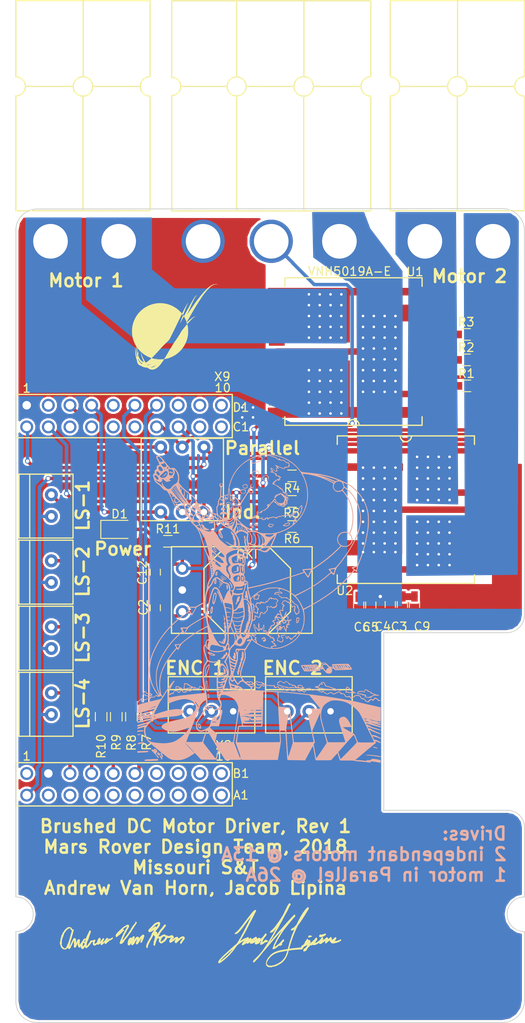
<source format=kicad_pcb>
(kicad_pcb (version 4) (host pcbnew 4.0.7)
  (layers (0 F.Cu signal) (31 B.Cu signal) (34 B.Paste user) (35 F.Paste user) (36 B.SilkS user) (37 F.SilkS user) (38 B.Mask user) (39 F.Mask user) (44 Edge.Cuts user))
  (net 0 "")
  (net 1 GND)
  (net 2 +3V3)
  (net 3 +12V)
  (net 4 "Net-(R1-Pad1)")
  (net 5 IN_A1)
  (net 6 "Net-(R2-Pad1)")
  (net 7 PWM1)
  (net 8 "Net-(R3-Pad1)")
  (net 9 IN_B1)
  (net 10 "Net-(R4-Pad1)")
  (net 11 IN_A2)
  (net 12 "Net-(R5-Pad1)")
  (net 13 PWM2)
  (net 14 "Net-(R6-Pad1)")
  (net 15 IN_B2)
  (net 16 Encoder1_PWM)
  (net 17 Encoder2_PWM)
  (net 18 /Out_A1)
  (net 19 /Out_B1)
  (net 20 /Out_A2)
  (net 21 /Out_B2)
  (net 22 /12V_Logic)
  (net 23 LS_1)
  (net 24 LS_2)
  (net 25 LS_3)
  (net 26 LS_4)
  (net 27 "Net-(D1-Pad2)")
  (module MRDT_Drill_Holes:Via_.6m (layer F.Cu) (at 144.5768 163.0172)
    (fp_text reference REF** hide)
    (fp_text value Via_P1.27mm_5x5 hide)
    (pad 1 thru_hole circle (at 0 0) (size 0.6 0.6) (drill 0.3) (layers *.Cu) (net 1 GND))
  )
  (module MRDT_Drill_Holes:Via_.6m (layer F.Cu) (at 145.8468 161.8488)
    (fp_text reference REF** hide)
    (fp_text value Via_P1.27mm_5x5 hide)
    (pad 1 thru_hole circle (at 0 0) (size 0.6 0.6) (drill 0.3) (layers *.Cu) (net 1 GND))
  )
  (module MRDT_Drill_Holes:Via_.6m (layer F.Cu) (at 144.5768 161.8488)
    (fp_text reference REF** hide)
    (fp_text value Via_P1.27mm_5x5 hide)
    (pad 1 thru_hole circle (at 0 0) (size 0.6 0.6) (drill 0.3) (layers *.Cu) (net 1 GND))
  )
  (module MRDT_Drill_Holes:Via_.6m (layer F.Cu) (at 145.8468 163.0172)
    (fp_text reference REF** hide)
    (fp_text value Via_P1.27mm_5x5 hide)
    (pad 1 thru_hole circle (at 0 0) (size 0.6 0.6) (drill 0.3) (layers *.Cu) (net 1 GND))
  )
  (module MRDT_Shields:TM4C129E_Launchpad_X9 (layer F.Cu) (at 118.0084 208.5848)
    (fp_text reference U6 hide)
    (fp_text value TM4C129E_Launchpad_X9 hide)
    (fp_text user 1 (at 1.27 -48.9712 180) (layer F.SilkS))
    (fp_text user 10 (at 24.2824 -49.022 180) (layer F.SilkS))
    (fp_text user 1 (at 1.27 -5.842 180) (layer F.SilkS))
    (fp_text user 10 (at 24.384 -5.842 180) (layer F.SilkS))
    (fp_text user X9 (at 24.2316 -50.3428 180) (layer F.SilkS))
    (fp_text user X8 (at 24.384 -7.112 180) (layer F.SilkS))
    (fp_text user C1 (at 26.416 -44.45 180) (layer F.SilkS))
    (fp_text user D1 (at 26.416 -46.736 180) (layer F.SilkS))
    (fp_text user B1 (at 26.416 -3.81 180) (layer F.SilkS))
    (fp_text user A1 (at 26.416 -1.27 180) (layer F.SilkS))
    (pad +5V thru_hole circle (at 1.27 -3.81 180) (size 1.52 1.52) (drill 1) (layers *.Cu *.Mask F.Paste))
    (pad GND thru_hole circle (at 3.81 -3.81 180) (size 1.52 1.52) (drill 1) (layers *.Cu *.Mask F.Paste) (net 1 GND))
    (pad PE0 thru_hole circle (at 6.35 -3.81 180) (size 1.52 1.52) (drill 1) (layers *.Cu *.Mask F.Paste) (net 26 LS_4))
    (pad PE1 thru_hole circle (at 8.89 -3.81 180) (size 1.52 1.52) (drill 1) (layers *.Cu *.Mask F.Paste) (net 25 LS_3))
    (pad PE2 thru_hole circle (at 11.43 -3.81 180) (size 1.52 1.52) (drill 1) (layers *.Cu *.Mask F.Paste) (net 24 LS_2))
    (pad PE3 thru_hole circle (at 13.97 -3.81 180) (size 1.52 1.52) (drill 1) (layers *.Cu *.Mask F.Paste) (net 23 LS_1))
    (pad PD7 thru_hole circle (at 16.51 -3.81 180) (size 1.52 1.52) (drill 1) (layers *.Cu *.Mask F.Paste))
    (pad PA6 thru_hole circle (at 19.05 -3.81 180) (size 1.52 1.52) (drill 1) (layers *.Cu *.Mask F.Paste))
    (pad PM4 thru_hole circle (at 21.59 -3.81 180) (size 1.52 1.52) (drill 1) (layers *.Cu *.Mask F.Paste))
    (pad PM5 thru_hole circle (at 24.13 -3.81 180) (size 1.52 1.52) (drill 1) (layers *.Cu *.Mask F.Paste))
    (pad +3V3 thru_hole circle (at 1.27 -1.27 180) (size 1.52 1.52) (drill 1) (layers *.Cu *.Mask F.Paste) (net 2 +3V3))
    (pad PE4 thru_hole circle (at 3.81 -1.27 180) (size 1.52 1.52) (drill 1) (layers *.Cu *.Mask F.Paste))
    (pad PC4 thru_hole circle (at 6.35 -1.27 180) (size 1.52 1.52) (drill 1) (layers *.Cu *.Mask F.Paste))
    (pad PC5 thru_hole circle (at 8.89 -1.27 180) (size 1.52 1.52) (drill 1) (layers *.Cu *.Mask F.Paste))
    (pad PC6 thru_hole circle (at 11.43 -1.27 180) (size 1.52 1.52) (drill 1) (layers *.Cu *.Mask F.Paste))
    (pad PE5 thru_hole circle (at 13.97 -1.27 180) (size 1.52 1.52) (drill 1) (layers *.Cu *.Mask F.Paste))
    (pad PD3 thru_hole circle (at 16.51 -1.27 180) (size 1.52 1.52) (drill 1) (layers *.Cu *.Mask F.Paste))
    (pad PC7 thru_hole circle (at 19.05 -1.27 180) (size 1.52 1.52) (drill 1) (layers *.Cu *.Mask F.Paste))
    (pad PB2 thru_hole circle (at 21.59 -1.27 180) (size 1.52 1.52) (drill 1) (layers *.Cu *.Mask F.Paste))
    (pad PB3 thru_hole circle (at 24.13 -1.27 180) (size 1.52 1.52) (drill 1) (layers *.Cu *.Mask F.Paste))
    (pad PF1 thru_hole circle (at 1.27 -44.45 180) (size 1.52 1.52) (drill 1) (layers *.Cu *.Mask F.Paste) (net 7 PWM1))
    (pad PF2 thru_hole circle (at 3.81 -44.45 180) (size 1.52 1.52) (drill 1) (layers *.Cu *.Mask F.Paste) (net 13 PWM2))
    (pad PF3 thru_hole circle (at 6.35 -44.45 180) (size 1.52 1.52) (drill 1) (layers *.Cu *.Mask F.Paste))
    (pad PG0 thru_hole circle (at 8.89 -44.45 180) (size 1.52 1.52) (drill 1) (layers *.Cu *.Mask F.Paste))
    (pad PL4 thru_hole circle (at 11.43 -44.45 180) (size 1.52 1.52) (drill 1) (layers *.Cu *.Mask F.Paste))
    (pad PL5 thru_hole circle (at 13.97 -44.45 180) (size 1.52 1.52) (drill 1) (layers *.Cu *.Mask F.Paste))
    (pad PL0 thru_hole circle (at 16.51 -44.45 180) (size 1.52 1.52) (drill 1) (layers *.Cu *.Mask F.Paste) (net 5 IN_A1))
    (pad PL1 thru_hole circle (at 19.05 -44.45 180) (size 1.52 1.52) (drill 1) (layers *.Cu *.Mask F.Paste) (net 11 IN_A2))
    (pad PL2 thru_hole circle (at 21.59 -44.45 180) (size 1.52 1.52) (drill 1) (layers *.Cu *.Mask F.Paste))
    (pad PL3 thru_hole circle (at 24.13 -44.45 180) (size 1.52 1.52) (drill 1) (layers *.Cu *.Mask F.Paste))
    (pad GND thru_hole circle (at 1.27 -46.99 180) (size 1.52 1.52) (drill 1) (layers *.Cu *.Mask F.Paste) (net 1 GND))
    (pad PM3 thru_hole circle (at 3.81 -46.99 180) (size 1.52 1.52) (drill 1) (layers *.Cu *.Mask F.Paste))
    (pad PH2 thru_hole circle (at 6.35 -46.99 180) (size 1.52 1.52) (drill 1) (layers *.Cu *.Mask F.Paste) (net 9 IN_B1))
    (pad PH3 thru_hole circle (at 8.89 -46.99 180) (size 1.52 1.52) (drill 1) (layers *.Cu *.Mask F.Paste) (net 15 IN_B2))
    (pad Rese thru_hole circle (at 11.43 -46.99 180) (size 1.52 1.52) (drill 1) (layers *.Cu *.Mask F.Paste))
    (pad PD1 thru_hole circle (at 13.97 -46.99 180) (size 1.52 1.52) (drill 1) (layers *.Cu *.Mask F.Paste) (net 17 Encoder2_PWM))
    (pad PD0 thru_hole circle (at 16.51 -46.99 180) (size 1.52 1.52) (drill 1) (layers *.Cu *.Mask F.Paste) (net 16 Encoder1_PWM))
    (pad PN2 thru_hole circle (at 19.05 -46.99 180) (size 1.52 1.52) (drill 1) (layers *.Cu *.Mask F.Paste))
    (pad PN3 thru_hole circle (at 21.59 -46.99 180) (size 1.52 1.52) (drill 1) (layers *.Cu *.Mask F.Paste))
    (pad PP2 thru_hole circle (at 24.13 -46.99 180) (size 1.52 1.52) (drill 1) (layers *.Cu *.Mask F.Paste))
  )
  (module MRDT_Connectors:MOLEX_SL_3_Vertical (layer F.Cu) (at 147.32 194.945)
    (fp_text reference U8 hide)
    (fp_text value Picoblade-3)
    (pad 1 thru_hole circle (at 2.54 2.54) (size 1.524 1.524) (drill 0.762) (layers *.Cu *.Mask) (net 2 +3V3))
    (pad 2 thru_hole circle (at 5.08 2.54) (size 1.524 1.524) (drill 0.762) (layers *.Cu *.Mask) (net 17 Encoder2_PWM))
    (pad 3 thru_hole circle (at 7.62 2.54) (size 1.524 1.524) (drill 0.762) (layers *.Cu *.Mask) (net 1 GND))
  )
  (module MRDT_Devices:OKI_Horisontal (layer F.Cu) (at 136.271 188.341 90)
    (fp_text reference U3 hide)
    (fp_text value OKI (at 9.271 8.8646 360) (layer F.SilkS))
    (pad 1 thru_hole circle (at 2.54 1.27 90) (size 1.524 1.524) (drill 0.889) (layers *.Cu *.Mask) (net 22 /12V_Logic))
    (pad 2 thru_hole circle (at 5.08 1.27 90) (size 1.524 1.524) (drill 0.889) (layers *.Cu *.Mask) (net 1 GND))
    (pad 3 thru_hole circle (at 7.62 1.27 90) (size 1.524 1.524) (drill 0.889) (layers *.Cu *.Mask) (net 2 +3V3))
  )
  (module MRDT_Connectors:MOLEX_SL_2_Vertical (layer F.Cu) (at 122.174 181.102 90)
    (fp_text reference U5 hide)
    (fp_text value LS_2)
    (pad 1 thru_hole circle (at -1.27 0 90) (size 1.524 1.524) (drill 0.762) (layers *.Cu *.Mask) (net 2 +3V3))
    (pad 2 thru_hole circle (at 1.27 0 90) (size 1.524 1.524) (drill 0.762) (layers *.Cu *.Mask) (net 24 LS_2))
  )
  (module MRDT_Silkscreens:Atlas_Logo_28.6mmX37.3mm (layer B.Cu) (at 146.558 185.039 180)
    (fp_text reference G*** hide)
    (fp_text value LOGO hide)
  )
  (module Capacitors_SMD:C_0603_HandSoldering (layer F.Cu) (at 161.9504 184.9628 270)
    (fp_text reference C4 (at 2.601 0.889 540) (layer F.SilkS))
    (fp_text value .1u)
    (pad 1 smd rect (at -0.95 0 270) (size 1.2 0.75) (layers F.Cu F.Paste F.Mask) (net 3 +12V))
    (pad 2 smd rect (at 0.95 0 270) (size 1.2 0.75) (layers F.Cu F.Paste F.Mask) (net 1 GND))
  )
  (module MRDT_Drill_Holes:Via_.6m (layer F.Cu) (at 162.56 178.816)
    (fp_text reference REF** hide)
    (fp_text value Via_P1.27mm_5x5 hide)
    (pad 1 thru_hole circle (at 0 0) (size 0.6 0.6) (drill 0.3) (layers *.Cu) (net 3 +12V))
  )
  (module MRDT_Drill_Holes:Via_.6m (layer F.Cu) (at 161.29 178.816)
    (fp_text reference REF** hide)
    (fp_text value Via_P1.27mm_5x5 hide)
    (pad 1 thru_hole circle (at 0 0) (size 0.6 0.6) (drill 0.3) (layers *.Cu) (net 3 +12V))
  )
  (module MRDT_Drill_Holes:Via_.6m (layer F.Cu) (at 160.02 178.816)
    (fp_text reference REF** hide)
    (fp_text value Via_P1.27mm_5x5 hide)
    (pad 1 thru_hole circle (at 0 0) (size 0.6 0.6) (drill 0.3) (layers *.Cu) (net 3 +12V))
  )
  (module MRDT_Drill_Holes:Via_.6m (layer F.Cu) (at 158.75 178.816)
    (fp_text reference REF** hide)
    (fp_text value Via_P1.27mm_5x5 hide)
    (pad 1 thru_hole circle (at 0 0) (size 0.6 0.6) (drill 0.3) (layers *.Cu) (net 3 +12V))
  )
  (module MRDT_Drill_Holes:Via_.6m (layer F.Cu) (at 158.75 176.53)
    (fp_text reference REF** hide)
    (fp_text value Via_P1.27mm_5x5 hide)
    (pad 1 thru_hole circle (at 0 0) (size 0.6 0.6) (drill 0.3) (layers *.Cu) (net 3 +12V))
  )
  (module MRDT_ICs:MultiPowerSO_30 (layer F.Cu) (at 157.6324 155.2956 180)
    (fp_text reference U1 (at -7.2136 9.3472 180) (layer F.SilkS))
    (fp_text value VNH5019A-E hide)
    (pad 1 smd rect (at -9.0043 -6.999999 180) (size 1.8542 0.635) (layers F.Cu F.Paste F.Mask) (net 18 /Out_A1))
    (pad 2 smd rect (at -9.0043 -6.000001 180) (size 1.8542 0.635) (layers F.Cu F.Paste F.Mask))
    (pad 3 smd rect (at -9.0043 -5 180) (size 1.8542 0.635) (layers F.Cu F.Paste F.Mask) (net 3 +12V))
    (pad 4 smd rect (at -9.0043 -4 180) (size 1.8542 0.635) (layers F.Cu F.Paste F.Mask) (net 4 "Net-(R1-Pad1)"))
    (pad 5 smd rect (at -9.0043 -2.999999 180) (size 1.8542 0.635) (layers F.Cu F.Paste F.Mask) (net 2 +3V3))
    (pad 6 smd rect (at -9.0043 -2.000001 180) (size 1.8542 0.635) (layers F.Cu F.Paste F.Mask) (net 2 +3V3))
    (pad 7 smd rect (at -9.0043 -1.000001 180) (size 1.8542 0.635) (layers F.Cu F.Paste F.Mask) (net 6 "Net-(R2-Pad1)"))
    (pad 8 smd rect (at -9.0043 0 180) (size 1.8542 0.635) (layers F.Cu F.Paste F.Mask))
    (pad 9 smd rect (at -9.0043 1.000001 180) (size 1.8542 0.635) (layers F.Cu F.Paste F.Mask) (net 2 +3V3))
    (pad 10 smd rect (at -9.0043 2.000001 180) (size 1.8542 0.635) (layers F.Cu F.Paste F.Mask) (net 8 "Net-(R3-Pad1)"))
    (pad 11 smd rect (at -9.0043 2.999999 180) (size 1.8542 0.635) (layers F.Cu F.Paste F.Mask))
    (pad 12 smd rect (at -9.0043 4 180) (size 1.8542 0.635) (layers F.Cu F.Paste F.Mask) (net 3 +12V))
    (pad 13 smd rect (at -9.0043 5 180) (size 1.8542 0.635) (layers F.Cu F.Paste F.Mask) (net 3 +12V))
    (pad 14 smd rect (at -9.0043 6.000001 180) (size 1.8542 0.635) (layers F.Cu F.Paste F.Mask))
    (pad 15 smd rect (at -9.0043 7.000001 180) (size 1.8542 0.635) (layers F.Cu F.Paste F.Mask) (net 19 /Out_B1))
    (pad 16 smd rect (at 9.0043 6.999999 180) (size 1.8542 0.635) (layers F.Cu F.Paste F.Mask) (net 19 /Out_B1))
    (pad 17 smd rect (at 9.0043 6.000001 180) (size 1.8542 0.635) (layers F.Cu F.Paste F.Mask))
    (pad 18 smd rect (at 9.0043 5 180) (size 1.8542 0.635) (layers F.Cu F.Paste F.Mask) (net 1 GND))
    (pad 19 smd rect (at 9.0043 4 180) (size 1.8542 0.635) (layers F.Cu F.Paste F.Mask) (net 1 GND))
    (pad 20 smd rect (at 9.0043 2.999999 180) (size 1.8542 0.635) (layers F.Cu F.Paste F.Mask) (net 1 GND))
    (pad 21 smd rect (at 9.0043 2.000001 180) (size 1.8542 0.635) (layers F.Cu F.Paste F.Mask) (net 19 /Out_B1))
    (pad 22 smd rect (at 9.0043 1.000001 180) (size 1.8542 0.635) (layers F.Cu F.Paste F.Mask))
    (pad 23 smd rect (at 9.0043 0 180) (size 1.8542 0.635) (layers F.Cu F.Paste F.Mask) (net 3 +12V))
    (pad 24 smd rect (at 9.0043 -1.000001 180) (size 1.8542 0.635) (layers F.Cu F.Paste F.Mask))
    (pad 25 smd rect (at 9.0043 -2.000001 180) (size 1.8542 0.635) (layers F.Cu F.Paste F.Mask) (net 18 /Out_A1))
    (pad 26 smd rect (at 9.0043 -2.999999 180) (size 1.8542 0.635) (layers F.Cu F.Paste F.Mask) (net 1 GND))
    (pad 27 smd rect (at 9.0043 -4 180) (size 1.8542 0.635) (layers F.Cu F.Paste F.Mask) (net 1 GND))
    (pad 28 smd rect (at 9.0043 -5 180) (size 1.8542 0.635) (layers F.Cu F.Paste F.Mask) (net 1 GND))
    (pad 29 smd rect (at 9.0043 -6.000001 180) (size 1.8542 0.635) (layers F.Cu F.Paste F.Mask))
    (pad 30 smd rect (at 9.0043 -7.000001 180) (size 1.8542 0.635) (layers F.Cu F.Paste F.Mask) (net 18 /Out_A1))
    (pad 31 smd rect (at 3.048 -4.1656 180) (size 5.2578 6.223) (layers F.Cu F.Paste F.Mask) (net 18 /Out_A1))
    (pad 32 smd rect (at -3.048 0 180) (size 5.2578 10.3124) (layers F.Cu F.Paste F.Mask) (net 3 +12V))
    (pad 33 smd rect (at 3.048 4.1656 180) (size 5.2578 6.223) (layers F.Cu F.Paste F.Mask) (net 19 /Out_B1))
  )
  (module MRDT_Drill_Holes:Via_.6m (layer F.Cu) (at 168.91 180.34)
    (fp_text reference REF** hide)
    (fp_text value Via_P1.27mm_5x5 hide)
    (pad 1 thru_hole circle (at 0 0) (size 0.6 0.6) (drill 0.3) (layers *.Cu) (net 21 /Out_B2))
  )
  (module MRDT_Drill_Holes:Via_.6m (layer F.Cu) (at 167.64 180.34)
    (fp_text reference REF** hide)
    (fp_text value Via_P1.27mm_5x5 hide)
    (pad 1 thru_hole circle (at 0 0) (size 0.6 0.6) (drill 0.3) (layers *.Cu) (net 21 /Out_B2))
  )
  (module MRDT_Drill_Holes:Via_.6m (layer F.Cu) (at 166.37 180.34)
    (fp_text reference REF** hide)
    (fp_text value Via_P1.27mm_5x5 hide)
    (pad 1 thru_hole circle (at 0 0) (size 0.6 0.6) (drill 0.3) (layers *.Cu) (net 21 /Out_B2))
  )
  (module MRDT_Drill_Holes:Via_.6m (layer F.Cu) (at 165.1 180.34)
    (fp_text reference REF** hide)
    (fp_text value Via_P1.27mm_5x5 hide)
    (pad 1 thru_hole circle (at 0 0) (size 0.6 0.6) (drill 0.3) (layers *.Cu) (net 21 /Out_B2))
  )
  (module MRDT_Drill_Holes:Via_.6m (layer F.Cu) (at 168.91 179.07)
    (fp_text reference REF** hide)
    (fp_text value Via_P1.27mm_5x5 hide)
    (pad 1 thru_hole circle (at 0 0) (size 0.6 0.6) (drill 0.3) (layers *.Cu) (net 21 /Out_B2))
  )
  (module MRDT_Drill_Holes:Via_.6m (layer F.Cu) (at 167.64 179.07)
    (fp_text reference REF** hide)
    (fp_text value Via_P1.27mm_5x5 hide)
    (pad 1 thru_hole circle (at 0 0) (size 0.6 0.6) (drill 0.3) (layers *.Cu) (net 21 /Out_B2))
  )
  (module MRDT_Drill_Holes:Via_.6m (layer F.Cu) (at 166.37 179.07)
    (fp_text reference REF** hide)
    (fp_text value Via_P1.27mm_5x5 hide)
    (pad 1 thru_hole circle (at 0 0) (size 0.6 0.6) (drill 0.3) (layers *.Cu) (net 21 /Out_B2))
  )
  (module MRDT_Drill_Holes:Via_.6m (layer F.Cu) (at 165.1 179.07)
    (fp_text reference REF** hide)
    (fp_text value Via_P1.27mm_5x5 hide)
    (pad 1 thru_hole circle (at 0 0) (size 0.6 0.6) (drill 0.3) (layers *.Cu) (net 21 /Out_B2))
  )
  (module MRDT_Drill_Holes:Via_.6m (layer F.Cu) (at 168.91 177.8)
    (fp_text reference REF** hide)
    (fp_text value Via_P1.27mm_5x5 hide)
    (pad 1 thru_hole circle (at 0 0) (size 0.6 0.6) (drill 0.3) (layers *.Cu) (net 21 /Out_B2))
  )
  (module MRDT_Drill_Holes:Via_.6m (layer F.Cu) (at 167.64 177.8)
    (fp_text reference REF** hide)
    (fp_text value Via_P1.27mm_5x5 hide)
    (pad 1 thru_hole circle (at 0 0) (size 0.6 0.6) (drill 0.3) (layers *.Cu) (net 21 /Out_B2))
  )
  (module MRDT_Drill_Holes:Via_.6m (layer F.Cu) (at 166.37 177.8)
    (fp_text reference REF** hide)
    (fp_text value Via_P1.27mm_5x5 hide)
    (pad 1 thru_hole circle (at 0 0) (size 0.6 0.6) (drill 0.3) (layers *.Cu) (net 21 /Out_B2))
  )
  (module MRDT_Drill_Holes:Via_.6m (layer F.Cu) (at 165.1 177.8)
    (fp_text reference REF** hide)
    (fp_text value Via_P1.27mm_5x5 hide)
    (pad 1 thru_hole circle (at 0 0) (size 0.6 0.6) (drill 0.3) (layers *.Cu) (net 21 /Out_B2))
  )
  (module MRDT_Drill_Holes:Via_.6m (layer F.Cu) (at 168.91 176.53)
    (fp_text reference REF** hide)
    (fp_text value Via_P1.27mm_5x5 hide)
    (pad 1 thru_hole circle (at 0 0) (size 0.6 0.6) (drill 0.3) (layers *.Cu) (net 21 /Out_B2))
  )
  (module MRDT_Drill_Holes:Via_.6m (layer F.Cu) (at 167.64 176.53)
    (fp_text reference REF** hide)
    (fp_text value Via_P1.27mm_5x5 hide)
    (pad 1 thru_hole circle (at 0 0) (size 0.6 0.6) (drill 0.3) (layers *.Cu) (net 21 /Out_B2))
  )
  (module MRDT_Drill_Holes:Via_.6m (layer F.Cu) (at 166.37 176.53)
    (fp_text reference REF** hide)
    (fp_text value Via_P1.27mm_5x5 hide)
    (pad 1 thru_hole circle (at 0 0) (size 0.6 0.6) (drill 0.3) (layers *.Cu) (net 21 /Out_B2))
  )
  (module MRDT_Drill_Holes:Via_.6m (layer F.Cu) (at 165.1 176.53)
    (fp_text reference REF** hide)
    (fp_text value Via_P1.27mm_5x5 hide)
    (pad 1 thru_hole circle (at 0 0) (size 0.6 0.6) (drill 0.3) (layers *.Cu) (net 21 /Out_B2))
  )
  (module MRDT_Drill_Holes:Via_.6m (layer F.Cu) (at 168.91 175.26)
    (fp_text reference REF** hide)
    (fp_text value Via_P1.27mm_5x5 hide)
    (pad 1 thru_hole circle (at 0 0) (size 0.6 0.6) (drill 0.3) (layers *.Cu) (net 21 /Out_B2))
  )
  (module MRDT_Drill_Holes:Via_.6m (layer F.Cu) (at 167.64 175.26)
    (fp_text reference REF** hide)
    (fp_text value Via_P1.27mm_5x5 hide)
    (pad 1 thru_hole circle (at 0 0) (size 0.6 0.6) (drill 0.3) (layers *.Cu) (net 21 /Out_B2))
  )
  (module MRDT_Drill_Holes:Via_.6m (layer F.Cu) (at 166.37 175.26)
    (fp_text reference REF** hide)
    (fp_text value Via_P1.27mm_5x5 hide)
    (pad 1 thru_hole circle (at 0 0) (size 0.6 0.6) (drill 0.3) (layers *.Cu) (net 21 /Out_B2))
  )
  (module MRDT_Drill_Holes:Via_.6m (layer F.Cu) (at 165.1 175.26)
    (fp_text reference REF** hide)
    (fp_text value Via_P1.27mm_5x5 hide)
    (pad 1 thru_hole circle (at 0 0) (size 0.6 0.6) (drill 0.3) (layers *.Cu) (net 21 /Out_B2))
  )
  (module MRDT_Drill_Holes:Via_.6m (layer F.Cu) (at 168.91 172.72)
    (fp_text reference REF** hide)
    (fp_text value Via_P1.27mm_5x5 hide)
    (pad 1 thru_hole circle (at 0 0) (size 0.6 0.6) (drill 0.3) (layers *.Cu) (net 20 /Out_A2))
  )
  (module MRDT_Drill_Holes:Via_.6m (layer F.Cu) (at 167.64 172.72)
    (fp_text reference REF** hide)
    (fp_text value Via_P1.27mm_5x5 hide)
    (pad 1 thru_hole circle (at 0 0) (size 0.6 0.6) (drill 0.3) (layers *.Cu) (net 20 /Out_A2))
  )
  (module MRDT_Drill_Holes:Via_.6m (layer F.Cu) (at 166.37 172.72)
    (fp_text reference REF** hide)
    (fp_text value Via_P1.27mm_5x5 hide)
    (pad 1 thru_hole circle (at 0 0) (size 0.6 0.6) (drill 0.3) (layers *.Cu) (net 20 /Out_A2))
  )
  (module MRDT_Drill_Holes:Via_.6m (layer F.Cu) (at 165.1 172.72)
    (fp_text reference REF** hide)
    (fp_text value Via_P1.27mm_5x5 hide)
    (pad 1 thru_hole circle (at 0 0) (size 0.6 0.6) (drill 0.3) (layers *.Cu) (net 20 /Out_A2))
  )
  (module MRDT_Drill_Holes:Via_.6m (layer F.Cu) (at 168.91 171.45)
    (fp_text reference REF** hide)
    (fp_text value Via_P1.27mm_5x5 hide)
    (pad 1 thru_hole circle (at 0 0) (size 0.6 0.6) (drill 0.3) (layers *.Cu) (net 20 /Out_A2))
  )
  (module MRDT_Drill_Holes:Via_.6m (layer F.Cu) (at 167.64 171.45)
    (fp_text reference REF** hide)
    (fp_text value Via_P1.27mm_5x5 hide)
    (pad 1 thru_hole circle (at 0 0) (size 0.6 0.6) (drill 0.3) (layers *.Cu) (net 20 /Out_A2))
  )
  (module MRDT_Drill_Holes:Via_.6m (layer F.Cu) (at 166.37 171.45)
    (fp_text reference REF** hide)
    (fp_text value Via_P1.27mm_5x5 hide)
    (pad 1 thru_hole circle (at 0 0) (size 0.6 0.6) (drill 0.3) (layers *.Cu) (net 20 /Out_A2))
  )
  (module MRDT_Drill_Holes:Via_.6m (layer F.Cu) (at 165.1 171.45)
    (fp_text reference REF** hide)
    (fp_text value Via_P1.27mm_5x5 hide)
    (pad 1 thru_hole circle (at 0 0) (size 0.6 0.6) (drill 0.3) (layers *.Cu) (net 20 /Out_A2))
  )
  (module MRDT_Drill_Holes:Via_.6m (layer F.Cu) (at 168.91 170.18)
    (fp_text reference REF** hide)
    (fp_text value Via_P1.27mm_5x5 hide)
    (pad 1 thru_hole circle (at 0 0) (size 0.6 0.6) (drill 0.3) (layers *.Cu) (net 20 /Out_A2))
  )
  (module MRDT_Drill_Holes:Via_.6m (layer F.Cu) (at 167.64 170.18)
    (fp_text reference REF** hide)
    (fp_text value Via_P1.27mm_5x5 hide)
    (pad 1 thru_hole circle (at 0 0) (size 0.6 0.6) (drill 0.3) (layers *.Cu) (net 20 /Out_A2))
  )
  (module MRDT_Drill_Holes:Via_.6m (layer F.Cu) (at 166.37 170.18)
    (fp_text reference REF** hide)
    (fp_text value Via_P1.27mm_5x5 hide)
    (pad 1 thru_hole circle (at 0 0) (size 0.6 0.6) (drill 0.3) (layers *.Cu) (net 20 /Out_A2))
  )
  (module MRDT_Drill_Holes:Via_.6m (layer F.Cu) (at 165.1 170.18)
    (fp_text reference REF** hide)
    (fp_text value Via_P1.27mm_5x5 hide)
    (pad 1 thru_hole circle (at 0 0) (size 0.6 0.6) (drill 0.3) (layers *.Cu) (net 20 /Out_A2))
  )
  (module MRDT_Drill_Holes:Via_.6m (layer F.Cu) (at 168.91 168.91)
    (fp_text reference REF** hide)
    (fp_text value Via_P1.27mm_5x5 hide)
    (pad 1 thru_hole circle (at 0 0) (size 0.6 0.6) (drill 0.3) (layers *.Cu) (net 20 /Out_A2))
  )
  (module MRDT_Drill_Holes:Via_.6m (layer F.Cu) (at 167.64 168.91)
    (fp_text reference REF** hide)
    (fp_text value Via_P1.27mm_5x5 hide)
    (pad 1 thru_hole circle (at 0 0) (size 0.6 0.6) (drill 0.3) (layers *.Cu) (net 20 /Out_A2))
  )
  (module MRDT_Drill_Holes:Via_.6m (layer F.Cu) (at 166.37 168.91)
    (fp_text reference REF** hide)
    (fp_text value Via_P1.27mm_5x5 hide)
    (pad 1 thru_hole circle (at 0 0) (size 0.6 0.6) (drill 0.3) (layers *.Cu) (net 20 /Out_A2))
  )
  (module MRDT_Drill_Holes:Via_.6m (layer F.Cu) (at 165.1 168.91)
    (fp_text reference REF** hide)
    (fp_text value Via_P1.27mm_5x5 hide)
    (pad 1 thru_hole circle (at 0 0) (size 0.6 0.6) (drill 0.3) (layers *.Cu) (net 20 /Out_A2))
  )
  (module MRDT_Drill_Holes:Via_.6m (layer F.Cu) (at 168.91 167.64)
    (fp_text reference REF** hide)
    (fp_text value Via_P1.27mm_5x5 hide)
    (pad 1 thru_hole circle (at 0 0) (size 0.6 0.6) (drill 0.3) (layers *.Cu) (net 20 /Out_A2))
  )
  (module MRDT_Drill_Holes:Via_.6m (layer F.Cu) (at 167.64 167.64)
    (fp_text reference REF** hide)
    (fp_text value Via_P1.27mm_5x5 hide)
    (pad 1 thru_hole circle (at 0 0) (size 0.6 0.6) (drill 0.3) (layers *.Cu) (net 20 /Out_A2))
  )
  (module MRDT_Drill_Holes:Via_.6m (layer F.Cu) (at 166.37 167.64)
    (fp_text reference REF** hide)
    (fp_text value Via_P1.27mm_5x5 hide)
    (pad 1 thru_hole circle (at 0 0) (size 0.6 0.6) (drill 0.3) (layers *.Cu) (net 20 /Out_A2))
  )
  (module MRDT_Drill_Holes:Via_.6m (layer F.Cu) (at 165.1 167.64)
    (fp_text reference REF** hide)
    (fp_text value Via_P1.27mm_5x5 hide)
    (pad 1 thru_hole circle (at 0 0) (size 0.6 0.6) (drill 0.3) (layers *.Cu) (net 20 /Out_A2))
  )
  (module MRDT_Drill_Holes:Via_.6m (layer F.Cu) (at 156.21 162.56)
    (fp_text reference REF** hide)
    (fp_text value Via_P1.27mm_5x5 hide)
    (pad 1 thru_hole circle (at 0 0) (size 0.6 0.6) (drill 0.3) (layers *.Cu) (net 18 /Out_A1))
  )
  (module MRDT_Drill_Holes:Via_.6m (layer F.Cu) (at 154.94 162.56)
    (fp_text reference REF** hide)
    (fp_text value Via_P1.27mm_5x5 hide)
    (pad 1 thru_hole circle (at 0 0) (size 0.6 0.6) (drill 0.3) (layers *.Cu) (net 18 /Out_A1))
  )
  (module MRDT_Drill_Holes:Via_.6m (layer F.Cu) (at 153.67 162.56)
    (fp_text reference REF** hide)
    (fp_text value Via_P1.27mm_5x5 hide)
    (pad 1 thru_hole circle (at 0 0) (size 0.6 0.6) (drill 0.3) (layers *.Cu) (net 18 /Out_A1))
  )
  (module MRDT_Drill_Holes:Via_.6m (layer F.Cu) (at 152.4 162.56)
    (fp_text reference REF** hide)
    (fp_text value Via_P1.27mm_5x5 hide)
    (pad 1 thru_hole circle (at 0 0) (size 0.6 0.6) (drill 0.3) (layers *.Cu) (net 18 /Out_A1))
  )
  (module MRDT_Drill_Holes:Via_.6m (layer F.Cu) (at 156.21 161.29)
    (fp_text reference REF** hide)
    (fp_text value Via_P1.27mm_5x5 hide)
    (pad 1 thru_hole circle (at 0 0) (size 0.6 0.6) (drill 0.3) (layers *.Cu) (net 18 /Out_A1))
  )
  (module MRDT_Drill_Holes:Via_.6m (layer F.Cu) (at 154.94 161.29)
    (fp_text reference REF** hide)
    (fp_text value Via_P1.27mm_5x5 hide)
    (pad 1 thru_hole circle (at 0 0) (size 0.6 0.6) (drill 0.3) (layers *.Cu) (net 18 /Out_A1))
  )
  (module MRDT_Drill_Holes:Via_.6m (layer F.Cu) (at 153.67 161.29)
    (fp_text reference REF** hide)
    (fp_text value Via_P1.27mm_5x5 hide)
    (pad 1 thru_hole circle (at 0 0) (size 0.6 0.6) (drill 0.3) (layers *.Cu) (net 18 /Out_A1))
  )
  (module MRDT_Drill_Holes:Via_.6m (layer F.Cu) (at 152.4 161.29)
    (fp_text reference REF** hide)
    (fp_text value Via_P1.27mm_5x5 hide)
    (pad 1 thru_hole circle (at 0 0) (size 0.6 0.6) (drill 0.3) (layers *.Cu) (net 18 /Out_A1))
  )
  (module MRDT_Drill_Holes:Via_.6m (layer F.Cu) (at 156.21 160.02)
    (fp_text reference REF** hide)
    (fp_text value Via_P1.27mm_5x5 hide)
    (pad 1 thru_hole circle (at 0 0) (size 0.6 0.6) (drill 0.3) (layers *.Cu) (net 18 /Out_A1))
  )
  (module MRDT_Drill_Holes:Via_.6m (layer F.Cu) (at 154.94 160.02)
    (fp_text reference REF** hide)
    (fp_text value Via_P1.27mm_5x5 hide)
    (pad 1 thru_hole circle (at 0 0) (size 0.6 0.6) (drill 0.3) (layers *.Cu) (net 18 /Out_A1))
  )
  (module MRDT_Drill_Holes:Via_.6m (layer F.Cu) (at 153.67 160.02)
    (fp_text reference REF** hide)
    (fp_text value Via_P1.27mm_5x5 hide)
    (pad 1 thru_hole circle (at 0 0) (size 0.6 0.6) (drill 0.3) (layers *.Cu) (net 18 /Out_A1))
  )
  (module MRDT_Drill_Holes:Via_.6m (layer F.Cu) (at 152.4 160.02)
    (fp_text reference REF** hide)
    (fp_text value Via_P1.27mm_5x5 hide)
    (pad 1 thru_hole circle (at 0 0) (size 0.6 0.6) (drill 0.3) (layers *.Cu) (net 18 /Out_A1))
  )
  (module MRDT_Drill_Holes:Via_.6m (layer F.Cu) (at 156.21 158.75)
    (fp_text reference REF** hide)
    (fp_text value Via_P1.27mm_5x5 hide)
    (pad 1 thru_hole circle (at 0 0) (size 0.6 0.6) (drill 0.3) (layers *.Cu) (net 18 /Out_A1))
  )
  (module MRDT_Drill_Holes:Via_.6m (layer F.Cu) (at 154.94 158.75)
    (fp_text reference REF** hide)
    (fp_text value Via_P1.27mm_5x5 hide)
    (pad 1 thru_hole circle (at 0 0) (size 0.6 0.6) (drill 0.3) (layers *.Cu) (net 18 /Out_A1))
  )
  (module MRDT_Drill_Holes:Via_.6m (layer F.Cu) (at 153.67 158.75)
    (fp_text reference REF** hide)
    (fp_text value Via_P1.27mm_5x5 hide)
    (pad 1 thru_hole circle (at 0 0) (size 0.6 0.6) (drill 0.3) (layers *.Cu) (net 18 /Out_A1))
  )
  (module MRDT_Drill_Holes:Via_.6m (layer F.Cu) (at 152.4 158.75)
    (fp_text reference REF** hide)
    (fp_text value Via_P1.27mm_5x5 hide)
    (pad 1 thru_hole circle (at 0 0) (size 0.6 0.6) (drill 0.3) (layers *.Cu) (net 18 /Out_A1))
  )
  (module MRDT_Drill_Holes:Via_.6m (layer F.Cu) (at 156.21 157.48)
    (fp_text reference REF** hide)
    (fp_text value Via_P1.27mm_5x5 hide)
    (pad 1 thru_hole circle (at 0 0) (size 0.6 0.6) (drill 0.3) (layers *.Cu) (net 18 /Out_A1))
  )
  (module MRDT_Drill_Holes:Via_.6m (layer F.Cu) (at 154.94 157.48)
    (fp_text reference REF** hide)
    (fp_text value Via_P1.27mm_5x5 hide)
    (pad 1 thru_hole circle (at 0 0) (size 0.6 0.6) (drill 0.3) (layers *.Cu) (net 18 /Out_A1))
  )
  (module MRDT_Drill_Holes:Via_.6m (layer F.Cu) (at 153.67 157.48)
    (fp_text reference REF** hide)
    (fp_text value Via_P1.27mm_5x5 hide)
    (pad 1 thru_hole circle (at 0 0) (size 0.6 0.6) (drill 0.3) (layers *.Cu) (net 18 /Out_A1))
  )
  (module MRDT_Drill_Holes:Via_.6m (layer F.Cu) (at 152.4 157.48)
    (fp_text reference REF** hide)
    (fp_text value Via_P1.27mm_5x5 hide)
    (pad 1 thru_hole circle (at 0 0) (size 0.6 0.6) (drill 0.3) (layers *.Cu) (net 18 /Out_A1))
  )
  (module MRDT_Drill_Holes:Via_.6m (layer F.Cu) (at 156.21 153.67)
    (fp_text reference REF** hide)
    (fp_text value Via_P1.27mm_5x5 hide)
    (pad 1 thru_hole circle (at 0 0) (size 0.6 0.6) (drill 0.3) (layers *.Cu) (net 19 /Out_B1))
  )
  (module MRDT_Drill_Holes:Via_.6m (layer F.Cu) (at 154.94 153.67)
    (fp_text reference REF** hide)
    (fp_text value Via_P1.27mm_5x5 hide)
    (pad 1 thru_hole circle (at 0 0) (size 0.6 0.6) (drill 0.3) (layers *.Cu) (net 19 /Out_B1))
  )
  (module MRDT_Drill_Holes:Via_.6m (layer F.Cu) (at 153.67 153.67)
    (fp_text reference REF** hide)
    (fp_text value Via_P1.27mm_5x5 hide)
    (pad 1 thru_hole circle (at 0 0) (size 0.6 0.6) (drill 0.3) (layers *.Cu) (net 19 /Out_B1))
  )
  (module MRDT_Drill_Holes:Via_.6m (layer F.Cu) (at 152.4 153.67)
    (fp_text reference REF** hide)
    (fp_text value Via_P1.27mm_5x5 hide)
    (pad 1 thru_hole circle (at 0 0) (size 0.6 0.6) (drill 0.3) (layers *.Cu) (net 19 /Out_B1))
  )
  (module MRDT_Drill_Holes:Via_.6m (layer F.Cu) (at 156.21 152.4)
    (fp_text reference REF** hide)
    (fp_text value Via_P1.27mm_5x5 hide)
    (pad 1 thru_hole circle (at 0 0) (size 0.6 0.6) (drill 0.3) (layers *.Cu) (net 19 /Out_B1))
  )
  (module MRDT_Drill_Holes:Via_.6m (layer F.Cu) (at 154.94 152.4)
    (fp_text reference REF** hide)
    (fp_text value Via_P1.27mm_5x5 hide)
    (pad 1 thru_hole circle (at 0 0) (size 0.6 0.6) (drill 0.3) (layers *.Cu) (net 19 /Out_B1))
  )
  (module MRDT_Drill_Holes:Via_.6m (layer F.Cu) (at 153.67 152.4)
    (fp_text reference REF** hide)
    (fp_text value Via_P1.27mm_5x5 hide)
    (pad 1 thru_hole circle (at 0 0) (size 0.6 0.6) (drill 0.3) (layers *.Cu) (net 19 /Out_B1))
  )
  (module MRDT_Drill_Holes:Via_.6m (layer F.Cu) (at 152.4 152.4)
    (fp_text reference REF** hide)
    (fp_text value Via_P1.27mm_5x5 hide)
    (pad 1 thru_hole circle (at 0 0) (size 0.6 0.6) (drill 0.3) (layers *.Cu) (net 19 /Out_B1))
  )
  (module MRDT_Drill_Holes:Via_.6m (layer F.Cu) (at 156.21 151.13)
    (fp_text reference REF** hide)
    (fp_text value Via_P1.27mm_5x5 hide)
    (pad 1 thru_hole circle (at 0 0) (size 0.6 0.6) (drill 0.3) (layers *.Cu) (net 19 /Out_B1))
  )
  (module MRDT_Drill_Holes:Via_.6m (layer F.Cu) (at 154.94 151.13)
    (fp_text reference REF** hide)
    (fp_text value Via_P1.27mm_5x5 hide)
    (pad 1 thru_hole circle (at 0 0) (size 0.6 0.6) (drill 0.3) (layers *.Cu) (net 19 /Out_B1))
  )
  (module MRDT_Drill_Holes:Via_.6m (layer F.Cu) (at 153.67 151.13)
    (fp_text reference REF** hide)
    (fp_text value Via_P1.27mm_5x5 hide)
    (pad 1 thru_hole circle (at 0 0) (size 0.6 0.6) (drill 0.3) (layers *.Cu) (net 19 /Out_B1))
  )
  (module MRDT_Drill_Holes:Via_.6m (layer F.Cu) (at 152.4 151.13)
    (fp_text reference REF** hide)
    (fp_text value Via_P1.27mm_5x5 hide)
    (pad 1 thru_hole circle (at 0 0) (size 0.6 0.6) (drill 0.3) (layers *.Cu) (net 19 /Out_B1))
  )
  (module MRDT_Drill_Holes:Via_.6m (layer F.Cu) (at 156.21 149.86)
    (fp_text reference REF** hide)
    (fp_text value Via_P1.27mm_5x5 hide)
    (pad 1 thru_hole circle (at 0 0) (size 0.6 0.6) (drill 0.3) (layers *.Cu) (net 19 /Out_B1))
  )
  (module MRDT_Drill_Holes:Via_.6m (layer F.Cu) (at 154.94 149.86)
    (fp_text reference REF** hide)
    (fp_text value Via_P1.27mm_5x5 hide)
    (pad 1 thru_hole circle (at 0 0) (size 0.6 0.6) (drill 0.3) (layers *.Cu) (net 19 /Out_B1))
  )
  (module MRDT_Drill_Holes:Via_.6m (layer F.Cu) (at 153.67 149.86)
    (fp_text reference REF** hide)
    (fp_text value Via_P1.27mm_5x5 hide)
    (pad 1 thru_hole circle (at 0 0) (size 0.6 0.6) (drill 0.3) (layers *.Cu) (net 19 /Out_B1))
  )
  (module MRDT_Drill_Holes:Via_.6m (layer F.Cu) (at 152.4 149.86)
    (fp_text reference REF** hide)
    (fp_text value Via_P1.27mm_5x5 hide)
    (pad 1 thru_hole circle (at 0 0) (size 0.6 0.6) (drill 0.3) (layers *.Cu) (net 19 /Out_B1))
  )
  (module MRDT_Drill_Holes:Via_.6m (layer F.Cu) (at 156.21 148.59)
    (fp_text reference REF** hide)
    (fp_text value Via_P1.27mm_5x5 hide)
    (pad 1 thru_hole circle (at 0 0) (size 0.6 0.6) (drill 0.3) (layers *.Cu) (net 19 /Out_B1))
  )
  (module MRDT_Drill_Holes:Via_.6m (layer F.Cu) (at 154.94 148.59)
    (fp_text reference REF** hide)
    (fp_text value Via_P1.27mm_5x5 hide)
    (pad 1 thru_hole circle (at 0 0) (size 0.6 0.6) (drill 0.3) (layers *.Cu) (net 19 /Out_B1))
  )
  (module MRDT_Drill_Holes:Via_.6m (layer F.Cu) (at 153.67 148.59)
    (fp_text reference REF** hide)
    (fp_text value Via_P1.27mm_5x5 hide)
    (pad 1 thru_hole circle (at 0 0) (size 0.6 0.6) (drill 0.3) (layers *.Cu) (net 19 /Out_B1))
  )
  (module MRDT_Drill_Holes:Via_.6m (layer F.Cu) (at 152.4 148.59)
    (fp_text reference REF** hide)
    (fp_text value Via_P1.27mm_5x5 hide)
    (pad 1 thru_hole circle (at 0 0) (size 0.6 0.6) (drill 0.3) (layers *.Cu) (net 19 /Out_B1))
  )
  (module MRDT_Drill_Holes:Via_.6m (layer F.Cu) (at 162.56 160.02)
    (fp_text reference REF** hide)
    (fp_text value Via_P1.27mm_5x5 hide)
    (pad 1 thru_hole circle (at 0 0) (size 0.6 0.6) (drill 0.3) (layers *.Cu) (net 3 +12V))
  )
  (module MRDT_Drill_Holes:Via_.6m (layer F.Cu) (at 161.29 160.02)
    (fp_text reference REF** hide)
    (fp_text value Via_P1.27mm_5x5 hide)
    (pad 1 thru_hole circle (at 0 0) (size 0.6 0.6) (drill 0.3) (layers *.Cu) (net 3 +12V))
  )
  (module MRDT_Drill_Holes:Via_.6m (layer F.Cu) (at 160.02 160.02)
    (fp_text reference REF** hide)
    (fp_text value Via_P1.27mm_5x5 hide)
    (pad 1 thru_hole circle (at 0 0) (size 0.6 0.6) (drill 0.3) (layers *.Cu) (net 3 +12V))
  )
  (module MRDT_Drill_Holes:Via_.6m (layer F.Cu) (at 158.75 160.02)
    (fp_text reference REF** hide)
    (fp_text value Via_P1.27mm_5x5 hide)
    (pad 1 thru_hole circle (at 0 0) (size 0.6 0.6) (drill 0.3) (layers *.Cu) (net 3 +12V))
  )
  (module MRDT_Drill_Holes:Via_.6m (layer F.Cu) (at 162.56 158.75)
    (fp_text reference REF** hide)
    (fp_text value Via_P1.27mm_5x5 hide)
    (pad 1 thru_hole circle (at 0 0) (size 0.6 0.6) (drill 0.3) (layers *.Cu) (net 3 +12V))
  )
  (module MRDT_Drill_Holes:Via_.6m (layer F.Cu) (at 161.29 158.75)
    (fp_text reference REF** hide)
    (fp_text value Via_P1.27mm_5x5 hide)
    (pad 1 thru_hole circle (at 0 0) (size 0.6 0.6) (drill 0.3) (layers *.Cu) (net 3 +12V))
  )
  (module MRDT_Drill_Holes:Via_.6m (layer F.Cu) (at 160.02 158.75)
    (fp_text reference REF** hide)
    (fp_text value Via_P1.27mm_5x5 hide)
    (pad 1 thru_hole circle (at 0 0) (size 0.6 0.6) (drill 0.3) (layers *.Cu) (net 3 +12V))
  )
  (module MRDT_Drill_Holes:Via_.6m (layer F.Cu) (at 158.75 158.75)
    (fp_text reference REF** hide)
    (fp_text value Via_P1.27mm_5x5 hide)
    (pad 1 thru_hole circle (at 0 0) (size 0.6 0.6) (drill 0.3) (layers *.Cu) (net 3 +12V))
  )
  (module MRDT_Drill_Holes:Via_.6m (layer F.Cu) (at 162.56 157.48)
    (fp_text reference REF** hide)
    (fp_text value Via_P1.27mm_5x5 hide)
    (pad 1 thru_hole circle (at 0 0) (size 0.6 0.6) (drill 0.3) (layers *.Cu) (net 3 +12V))
  )
  (module MRDT_Drill_Holes:Via_.6m (layer F.Cu) (at 161.29 157.48)
    (fp_text reference REF** hide)
    (fp_text value Via_P1.27mm_5x5 hide)
    (pad 1 thru_hole circle (at 0 0) (size 0.6 0.6) (drill 0.3) (layers *.Cu) (net 3 +12V))
  )
  (module MRDT_Drill_Holes:Via_.6m (layer F.Cu) (at 160.02 157.48)
    (fp_text reference REF** hide)
    (fp_text value Via_P1.27mm_5x5 hide)
    (pad 1 thru_hole circle (at 0 0) (size 0.6 0.6) (drill 0.3) (layers *.Cu) (net 3 +12V))
  )
  (module MRDT_Drill_Holes:Via_.6m (layer F.Cu) (at 158.75 157.48)
    (fp_text reference REF** hide)
    (fp_text value Via_P1.27mm_5x5 hide)
    (pad 1 thru_hole circle (at 0 0) (size 0.6 0.6) (drill 0.3) (layers *.Cu) (net 3 +12V))
  )
  (module MRDT_Drill_Holes:Via_.6m (layer F.Cu) (at 162.56 156.21)
    (fp_text reference REF** hide)
    (fp_text value Via_P1.27mm_5x5 hide)
    (pad 1 thru_hole circle (at 0 0) (size 0.6 0.6) (drill 0.3) (layers *.Cu) (net 3 +12V))
  )
  (module MRDT_Drill_Holes:Via_.6m (layer F.Cu) (at 161.29 156.21)
    (fp_text reference REF** hide)
    (fp_text value Via_P1.27mm_5x5 hide)
    (pad 1 thru_hole circle (at 0 0) (size 0.6 0.6) (drill 0.3) (layers *.Cu) (net 3 +12V))
  )
  (module MRDT_Drill_Holes:Via_.6m (layer F.Cu) (at 160.02 156.21)
    (fp_text reference REF** hide)
    (fp_text value Via_P1.27mm_5x5 hide)
    (pad 1 thru_hole circle (at 0 0) (size 0.6 0.6) (drill 0.3) (layers *.Cu) (net 3 +12V))
  )
  (module MRDT_Drill_Holes:Via_.6m (layer F.Cu) (at 158.75 156.21)
    (fp_text reference REF** hide)
    (fp_text value Via_P1.27mm_5x5 hide)
    (pad 1 thru_hole circle (at 0 0) (size 0.6 0.6) (drill 0.3) (layers *.Cu) (net 3 +12V))
  )
  (module MRDT_Drill_Holes:Via_.6m (layer F.Cu) (at 162.56 154.94)
    (fp_text reference REF** hide)
    (fp_text value Via_P1.27mm_5x5 hide)
    (pad 1 thru_hole circle (at 0 0) (size 0.6 0.6) (drill 0.3) (layers *.Cu) (net 3 +12V))
  )
  (module MRDT_Drill_Holes:Via_.6m (layer F.Cu) (at 161.29 154.94)
    (fp_text reference REF** hide)
    (fp_text value Via_P1.27mm_5x5 hide)
    (pad 1 thru_hole circle (at 0 0) (size 0.6 0.6) (drill 0.3) (layers *.Cu) (net 3 +12V))
  )
  (module MRDT_Drill_Holes:Via_.6m (layer F.Cu) (at 160.02 154.94)
    (fp_text reference REF** hide)
    (fp_text value Via_P1.27mm_5x5 hide)
    (pad 1 thru_hole circle (at 0 0) (size 0.6 0.6) (drill 0.3) (layers *.Cu) (net 3 +12V))
  )
  (module MRDT_Drill_Holes:Via_.6m (layer F.Cu) (at 158.75 154.94)
    (fp_text reference REF** hide)
    (fp_text value Via_P1.27mm_5x5 hide)
    (pad 1 thru_hole circle (at 0 0) (size 0.6 0.6) (drill 0.3) (layers *.Cu) (net 3 +12V))
  )
  (module MRDT_Drill_Holes:Via_.6m (layer F.Cu) (at 162.56 153.67)
    (fp_text reference REF** hide)
    (fp_text value Via_P1.27mm_5x5 hide)
    (pad 1 thru_hole circle (at 0 0) (size 0.6 0.6) (drill 0.3) (layers *.Cu) (net 3 +12V))
  )
  (module MRDT_Drill_Holes:Via_.6m (layer F.Cu) (at 161.29 153.67)
    (fp_text reference REF** hide)
    (fp_text value Via_P1.27mm_5x5 hide)
    (pad 1 thru_hole circle (at 0 0) (size 0.6 0.6) (drill 0.3) (layers *.Cu) (net 3 +12V))
  )
  (module MRDT_Drill_Holes:Via_.6m (layer F.Cu) (at 160.02 153.67)
    (fp_text reference REF** hide)
    (fp_text value Via_P1.27mm_5x5 hide)
    (pad 1 thru_hole circle (at 0 0) (size 0.6 0.6) (drill 0.3) (layers *.Cu) (net 3 +12V))
  )
  (module MRDT_Drill_Holes:Via_.6m (layer F.Cu) (at 158.75 153.67)
    (fp_text reference REF** hide)
    (fp_text value Via_P1.27mm_5x5 hide)
    (pad 1 thru_hole circle (at 0 0) (size 0.6 0.6) (drill 0.3) (layers *.Cu) (net 3 +12V))
  )
  (module MRDT_Drill_Holes:Via_.6m (layer F.Cu) (at 162.56 152.4)
    (fp_text reference REF** hide)
    (fp_text value Via_P1.27mm_5x5 hide)
    (pad 1 thru_hole circle (at 0 0) (size 0.6 0.6) (drill 0.3) (layers *.Cu) (net 3 +12V))
  )
  (module MRDT_Drill_Holes:Via_.6m (layer F.Cu) (at 161.29 152.4)
    (fp_text reference REF** hide)
    (fp_text value Via_P1.27mm_5x5 hide)
    (pad 1 thru_hole circle (at 0 0) (size 0.6 0.6) (drill 0.3) (layers *.Cu) (net 3 +12V))
  )
  (module MRDT_Drill_Holes:Via_.6m (layer F.Cu) (at 160.02 152.4)
    (fp_text reference REF** hide)
    (fp_text value Via_P1.27mm_5x5 hide)
    (pad 1 thru_hole circle (at 0 0) (size 0.6 0.6) (drill 0.3) (layers *.Cu) (net 3 +12V))
  )
  (module MRDT_Drill_Holes:Via_.6m (layer F.Cu) (at 158.75 152.4)
    (fp_text reference REF** hide)
    (fp_text value Via_P1.27mm_5x5 hide)
    (pad 1 thru_hole circle (at 0 0) (size 0.6 0.6) (drill 0.3) (layers *.Cu) (net 3 +12V))
  )
  (module MRDT_Drill_Holes:Via_.6m (layer F.Cu) (at 162.56 151.13)
    (fp_text reference REF** hide)
    (fp_text value Via_P1.27mm_5x5 hide)
    (pad 1 thru_hole circle (at 0 0) (size 0.6 0.6) (drill 0.3) (layers *.Cu) (net 3 +12V))
  )
  (module MRDT_Drill_Holes:Via_.6m (layer F.Cu) (at 161.29 151.13)
    (fp_text reference REF** hide)
    (fp_text value Via_P1.27mm_5x5 hide)
    (pad 1 thru_hole circle (at 0 0) (size 0.6 0.6) (drill 0.3) (layers *.Cu) (net 3 +12V))
  )
  (module MRDT_Drill_Holes:Via_.6m (layer F.Cu) (at 160.02 151.13)
    (fp_text reference REF** hide)
    (fp_text value Via_P1.27mm_5x5 hide)
    (pad 1 thru_hole circle (at 0 0) (size 0.6 0.6) (drill 0.3) (layers *.Cu) (net 3 +12V))
  )
  (module MRDT_Drill_Holes:Via_.6m (layer F.Cu) (at 158.75 151.13)
    (fp_text reference REF** hide)
    (fp_text value Via_P1.27mm_5x5 hide)
    (pad 1 thru_hole circle (at 0 0) (size 0.6 0.6) (drill 0.3) (layers *.Cu) (net 3 +12V))
  )
  (module MRDT_Drill_Holes:Via_.6m (layer F.Cu) (at 162.56 168.91)
    (fp_text reference REF** hide)
    (fp_text value Via_P1.27mm_5x5 hide)
    (pad 1 thru_hole circle (at 0 0) (size 0.6 0.6) (drill 0.3) (layers *.Cu) (net 3 +12V))
  )
  (module MRDT_Drill_Holes:Via_.6m (layer F.Cu) (at 161.29 168.91)
    (fp_text reference REF** hide)
    (fp_text value Via_P1.27mm_5x5 hide)
    (pad 1 thru_hole circle (at 0 0) (size 0.6 0.6) (drill 0.3) (layers *.Cu) (net 3 +12V))
  )
  (module MRDT_Drill_Holes:Via_.6m (layer F.Cu) (at 160.02 168.91)
    (fp_text reference REF** hide)
    (fp_text value Via_P1.27mm_5x5 hide)
    (pad 1 thru_hole circle (at 0 0) (size 0.6 0.6) (drill 0.3) (layers *.Cu) (net 3 +12V))
  )
  (module MRDT_Drill_Holes:Via_.6m (layer F.Cu) (at 158.75 168.91)
    (fp_text reference REF** hide)
    (fp_text value Via_P1.27mm_5x5 hide)
    (pad 1 thru_hole circle (at 0 0) (size 0.6 0.6) (drill 0.3) (layers *.Cu) (net 3 +12V))
  )
  (module MRDT_Drill_Holes:Via_.6m (layer F.Cu) (at 162.56 170.18)
    (fp_text reference REF** hide)
    (fp_text value Via_P1.27mm_5x5 hide)
    (pad 1 thru_hole circle (at 0 0) (size 0.6 0.6) (drill 0.3) (layers *.Cu) (net 3 +12V))
  )
  (module MRDT_Drill_Holes:Via_.6m (layer F.Cu) (at 161.29 170.18)
    (fp_text reference REF** hide)
    (fp_text value Via_P1.27mm_5x5 hide)
    (pad 1 thru_hole circle (at 0 0) (size 0.6 0.6) (drill 0.3) (layers *.Cu) (net 3 +12V))
  )
  (module MRDT_Drill_Holes:Via_.6m (layer F.Cu) (at 160.02 170.18)
    (fp_text reference REF** hide)
    (fp_text value Via_P1.27mm_5x5 hide)
    (pad 1 thru_hole circle (at 0 0) (size 0.6 0.6) (drill 0.3) (layers *.Cu) (net 3 +12V))
  )
  (module MRDT_Drill_Holes:Via_.6m (layer F.Cu) (at 158.75 170.18)
    (fp_text reference REF** hide)
    (fp_text value Via_P1.27mm_5x5 hide)
    (pad 1 thru_hole circle (at 0 0) (size 0.6 0.6) (drill 0.3) (layers *.Cu) (net 3 +12V))
  )
  (module MRDT_Drill_Holes:Via_.6m (layer F.Cu) (at 162.56 171.45)
    (fp_text reference REF** hide)
    (fp_text value Via_P1.27mm_5x5 hide)
    (pad 1 thru_hole circle (at 0 0) (size 0.6 0.6) (drill 0.3) (layers *.Cu) (net 3 +12V))
  )
  (module MRDT_Drill_Holes:Via_.6m (layer F.Cu) (at 161.29 171.45)
    (fp_text reference REF** hide)
    (fp_text value Via_P1.27mm_5x5 hide)
    (pad 1 thru_hole circle (at 0 0) (size 0.6 0.6) (drill 0.3) (layers *.Cu) (net 3 +12V))
  )
  (module MRDT_Drill_Holes:Via_.6m (layer F.Cu) (at 160.02 171.45)
    (fp_text reference REF** hide)
    (fp_text value Via_P1.27mm_5x5 hide)
    (pad 1 thru_hole circle (at 0 0) (size 0.6 0.6) (drill 0.3) (layers *.Cu) (net 3 +12V))
  )
  (module MRDT_Drill_Holes:Via_.6m (layer F.Cu) (at 158.75 171.45)
    (fp_text reference REF** hide)
    (fp_text value Via_P1.27mm_5x5 hide)
    (pad 1 thru_hole circle (at 0 0) (size 0.6 0.6) (drill 0.3) (layers *.Cu) (net 3 +12V))
  )
  (module MRDT_Drill_Holes:Via_.6m (layer F.Cu) (at 162.56 172.72)
    (fp_text reference REF** hide)
    (fp_text value Via_P1.27mm_5x5 hide)
    (pad 1 thru_hole circle (at 0 0) (size 0.6 0.6) (drill 0.3) (layers *.Cu) (net 3 +12V))
  )
  (module MRDT_Drill_Holes:Via_.6m (layer F.Cu) (at 161.29 172.72)
    (fp_text reference REF** hide)
    (fp_text value Via_P1.27mm_5x5 hide)
    (pad 1 thru_hole circle (at 0 0) (size 0.6 0.6) (drill 0.3) (layers *.Cu) (net 3 +12V))
  )
  (module MRDT_Drill_Holes:Via_.6m (layer F.Cu) (at 160.02 172.72)
    (fp_text reference REF** hide)
    (fp_text value Via_P1.27mm_5x5 hide)
    (pad 1 thru_hole circle (at 0 0) (size 0.6 0.6) (drill 0.3) (layers *.Cu) (net 3 +12V))
  )
  (module MRDT_Drill_Holes:Via_.6m (layer F.Cu) (at 158.75 172.72)
    (fp_text reference REF** hide)
    (fp_text value Via_P1.27mm_5x5 hide)
    (pad 1 thru_hole circle (at 0 0) (size 0.6 0.6) (drill 0.3) (layers *.Cu) (net 3 +12V))
  )
  (module MRDT_Drill_Holes:Via_.6m (layer F.Cu) (at 162.56 173.99)
    (fp_text reference REF** hide)
    (fp_text value Via_P1.27mm_5x5 hide)
    (pad 1 thru_hole circle (at 0 0) (size 0.6 0.6) (drill 0.3) (layers *.Cu) (net 3 +12V))
  )
  (module MRDT_Drill_Holes:Via_.6m (layer F.Cu) (at 161.29 173.99)
    (fp_text reference REF** hide)
    (fp_text value Via_P1.27mm_5x5 hide)
    (pad 1 thru_hole circle (at 0 0) (size 0.6 0.6) (drill 0.3) (layers *.Cu) (net 3 +12V))
  )
  (module MRDT_Drill_Holes:Via_.6m (layer F.Cu) (at 160.02 173.99)
    (fp_text reference REF** hide)
    (fp_text value Via_P1.27mm_5x5 hide)
    (pad 1 thru_hole circle (at 0 0) (size 0.6 0.6) (drill 0.3) (layers *.Cu) (net 3 +12V))
  )
  (module MRDT_Drill_Holes:Via_.6m (layer F.Cu) (at 158.75 173.99)
    (fp_text reference REF** hide)
    (fp_text value Via_P1.27mm_5x5 hide)
    (pad 1 thru_hole circle (at 0 0) (size 0.6 0.6) (drill 0.3) (layers *.Cu) (net 3 +12V))
  )
  (module MRDT_Drill_Holes:Via_.6m (layer F.Cu) (at 162.56 175.26)
    (fp_text reference REF** hide)
    (fp_text value Via_P1.27mm_5x5 hide)
    (pad 1 thru_hole circle (at 0 0) (size 0.6 0.6) (drill 0.3) (layers *.Cu) (net 3 +12V))
  )
  (module MRDT_Drill_Holes:Via_.6m (layer F.Cu) (at 161.29 175.26)
    (fp_text reference REF** hide)
    (fp_text value Via_P1.27mm_5x5 hide)
    (pad 1 thru_hole circle (at 0 0) (size 0.6 0.6) (drill 0.3) (layers *.Cu) (net 3 +12V))
  )
  (module MRDT_Drill_Holes:Via_.6m (layer F.Cu) (at 160.02 175.26)
    (fp_text reference REF** hide)
    (fp_text value Via_P1.27mm_5x5 hide)
    (pad 1 thru_hole circle (at 0 0) (size 0.6 0.6) (drill 0.3) (layers *.Cu) (net 3 +12V))
  )
  (module MRDT_Drill_Holes:Via_.6m (layer F.Cu) (at 158.75 175.26)
    (fp_text reference REF** hide)
    (fp_text value Via_P1.27mm_5x5 hide)
    (pad 1 thru_hole circle (at 0 0) (size 0.6 0.6) (drill 0.3) (layers *.Cu) (net 3 +12V))
  )
  (module MRDT_Drill_Holes:Via_.6m (layer F.Cu) (at 162.56 176.53)
    (fp_text reference REF** hide)
    (fp_text value Via_P1.27mm_5x5 hide)
    (pad 1 thru_hole circle (at 0 0) (size 0.6 0.6) (drill 0.3) (layers *.Cu) (net 3 +12V))
  )
  (module MRDT_Drill_Holes:Via_.6m (layer F.Cu) (at 161.29 176.53)
    (fp_text reference REF** hide)
    (fp_text value Via_P1.27mm_5x5 hide)
    (pad 1 thru_hole circle (at 0 0) (size 0.6 0.6) (drill 0.3) (layers *.Cu) (net 3 +12V))
  )
  (module MRDT_Drill_Holes:Via_.6m (layer F.Cu) (at 160.02 176.53)
    (fp_text reference REF** hide)
    (fp_text value Via_P1.27mm_5x5 hide)
    (pad 1 thru_hole circle (at 0 0) (size 0.6 0.6) (drill 0.3) (layers *.Cu) (net 3 +12V))
  )
  (module MRDT_Drill_Holes:Via_.6m (layer F.Cu) (at 158.75 176.53)
    (fp_text reference REF** hide)
    (fp_text value Via_P1.27mm_5x5 hide)
    (pad 1 thru_hole circle (at 0 0) (size 0.6 0.6) (drill 0.3) (layers *.Cu) (net 3 +12V))
  )
  (module MRDT_Drill_Holes:Via_.6m (layer F.Cu) (at 162.56 177.8)
    (fp_text reference REF** hide)
    (fp_text value Via_P1.27mm_5x5 hide)
    (pad 1 thru_hole circle (at 0 0) (size 0.6 0.6) (drill 0.3) (layers *.Cu) (net 3 +12V))
  )
  (module MRDT_Drill_Holes:Via_.6m (layer F.Cu) (at 161.29 177.8)
    (fp_text reference REF** hide)
    (fp_text value Via_P1.27mm_5x5 hide)
    (pad 1 thru_hole circle (at 0 0) (size 0.6 0.6) (drill 0.3) (layers *.Cu) (net 3 +12V))
  )
  (module MRDT_Drill_Holes:Via_.6m (layer F.Cu) (at 160.02 177.8)
    (fp_text reference REF** hide)
    (fp_text value Via_P1.27mm_5x5 hide)
    (pad 1 thru_hole circle (at 0 0) (size 0.6 0.6) (drill 0.3) (layers *.Cu) (net 3 +12V))
  )
  (module MRDT_Connectors:Anderson_3_Horisontal_Side_by_Side (layer F.Cu) (at 136.2964 138.7856 270)
    (fp_text reference C1 hide)
    (fp_text value Anderson_3)
    (pad 3 thru_hole circle (at 3.5814 -3.684 270) (size 5.08 5.08) (drill 4.06) (layers *.Cu *.Mask F.Paste) (net 1 GND))
    (pad 2 thru_hole circle (at 3.5814 -11.683 270) (size 5.08 5.08) (drill 4.06) (layers *.Cu *.Mask F.Paste) (net 22 /12V_Logic))
    (pad 1 thru_hole circle (at 3.5814 -19.684 270) (size 5.08 5.08) (drill 4.06) (layers *.Cu *.Mask F.Paste) (net 3 +12V))
  )
  (module MRDT_Connectors:Anderson_2_Horisontal_Side_by_Side (layer F.Cu) (at 118.0084 138.7856 270)
    (fp_text reference C7 hide)
    (fp_text value Anderson-2)
    (pad 1 thru_hole circle (at 3.5814 -4.063 270) (size 5.08 5.08) (drill 4.06) (layers *.Cu *.Mask F.Paste) (net 18 /Out_A1))
    (pad 2 thru_hole circle (at 3.5814 -12.064 270) (size 5.08 5.08) (drill 4.06) (layers *.Cu *.Mask F.Paste) (net 19 /Out_B1))
  )
  (module MRDT_Connectors:Anderson_2_Horisontal_Side_by_Side (layer F.Cu) (at 161.9504 138.7856 270)
    (fp_text reference C8 hide)
    (fp_text value Anderson-2)
    (pad 1 thru_hole circle (at 3.5814 -4.063 270) (size 5.08 5.08) (drill 4.06) (layers *.Cu *.Mask F.Paste) (net 20 /Out_A2))
    (pad 2 thru_hole circle (at 3.5814 -12.064 270) (size 5.08 5.08) (drill 4.06) (layers *.Cu *.Mask F.Paste) (net 21 /Out_B2))
  )
  (module Resistors_SMD:R_0603_HandSoldering (layer F.Cu) (at 170.899 159.3215)
    (fp_text reference R1 (at 0 -1.45) (layer F.SilkS))
    (fp_text value 1K)
    (pad 1 smd rect (at -1.1 0) (size 1.2 0.9) (layers F.Cu F.Paste F.Mask) (net 4 "Net-(R1-Pad1)"))
    (pad 2 smd rect (at 1.1 0) (size 1.2 0.9) (layers F.Cu F.Paste F.Mask) (net 5 IN_A1))
  )
  (module Resistors_SMD:R_0603_HandSoldering (layer F.Cu) (at 170.858 156.2735)
    (fp_text reference R2 (at 0 -1.45) (layer F.SilkS))
    (fp_text value 1K)
    (pad 1 smd rect (at -1.1 0) (size 1.2 0.9) (layers F.Cu F.Paste F.Mask) (net 6 "Net-(R2-Pad1)"))
    (pad 2 smd rect (at 1.1 0) (size 1.2 0.9) (layers F.Cu F.Paste F.Mask) (net 7 PWM1))
  )
  (module Resistors_SMD:R_0603_HandSoldering (layer F.Cu) (at 170.858 153.289)
    (fp_text reference R3 (at 0 -1.45) (layer F.SilkS))
    (fp_text value 1K)
    (pad 1 smd rect (at -1.1 0) (size 1.2 0.9) (layers F.Cu F.Paste F.Mask) (net 8 "Net-(R3-Pad1)"))
    (pad 2 smd rect (at 1.1 0) (size 1.2 0.9) (layers F.Cu F.Paste F.Mask) (net 9 IN_B1))
  )
  (module Resistors_SMD:R_0603_HandSoldering (layer F.Cu) (at 150.4188 169.8752 180)
    (fp_text reference R4 (at 0 -1.45 180) (layer F.SilkS))
    (fp_text value 1K)
    (pad 1 smd rect (at -1.1 0 180) (size 1.2 0.9) (layers F.Cu F.Paste F.Mask) (net 10 "Net-(R4-Pad1)"))
    (pad 2 smd rect (at 1.1 0 180) (size 1.2 0.9) (layers F.Cu F.Paste F.Mask) (net 11 IN_A2))
  )
  (module Resistors_SMD:R_0603_HandSoldering (layer F.Cu) (at 150.4188 172.8724 180)
    (fp_text reference R5 (at 0.0508 -1.3716 180) (layer F.SilkS))
    (fp_text value 1K)
    (pad 1 smd rect (at -1.1 0 180) (size 1.2 0.9) (layers F.Cu F.Paste F.Mask) (net 12 "Net-(R5-Pad1)"))
    (pad 2 smd rect (at 1.1 0 180) (size 1.2 0.9) (layers F.Cu F.Paste F.Mask) (net 13 PWM2))
  )
  (module Resistors_SMD:R_0603_HandSoldering (layer F.Cu) (at 150.4188 175.8188 180)
    (fp_text reference R6 (at 0 -1.45 180) (layer F.SilkS))
    (fp_text value 1K)
    (pad 1 smd rect (at -1.1 0 180) (size 1.2 0.9) (layers F.Cu F.Paste F.Mask) (net 14 "Net-(R6-Pad1)"))
    (pad 2 smd rect (at 1.1 0 180) (size 1.2 0.9) (layers F.Cu F.Paste F.Mask) (net 15 IN_B2))
  )
  (module MRDT_Switches:3P1T_Switch (layer F.Cu) (at 135.001 166.497 270)
    (fp_text reference SW1 hide)
    (fp_text value 3P1T_Fused)
    (pad 1 thru_hole circle (at 0 0 270) (size 1.524 1.524) (drill 0.762) (layers *.Cu *.Mask) (net 9 IN_B1))
    (pad 2 thru_hole circle (at 7.62 0 270) (size 1.524 1.524) (drill 0.762) (layers *.Cu *.Mask) (net 15 IN_B2))
    (pad 3 thru_hole circle (at 0 -2.54 270) (size 1.524 1.524) (drill 0.762) (layers *.Cu *.Mask) (net 5 IN_A1))
    (pad 4 thru_hole circle (at 7.62 -2.54 270) (size 1.524 1.524) (drill 0.762) (layers *.Cu *.Mask) (net 11 IN_A2))
    (pad 5 thru_hole circle (at 0 -5.08 270) (size 1.524 1.524) (drill 0.762) (layers *.Cu *.Mask) (net 7 PWM1))
    (pad 6 thru_hole circle (at 7.62 -5.08 270) (size 1.524 1.524) (drill 0.762) (layers *.Cu *.Mask) (net 13 PWM2))
  )
  (module MRDT_ICs:MultiPowerSO_30 (layer F.Cu) (at 163.7792 173.8376)
    (fp_text reference U2 (at -7.1628 9.4996) (layer F.SilkS))
    (fp_text value VNH5019A-E (at -6.604 -27.94) (layer F.SilkS))
    (pad 1 smd rect (at -9.0043 -6.999999) (size 1.8542 0.635) (layers F.Cu F.Paste F.Mask) (net 20 /Out_A2))
    (pad 2 smd rect (at -9.0043 -6.000001) (size 1.8542 0.635) (layers F.Cu F.Paste F.Mask))
    (pad 3 smd rect (at -9.0043 -5) (size 1.8542 0.635) (layers F.Cu F.Paste F.Mask) (net 3 +12V))
    (pad 4 smd rect (at -9.0043 -4) (size 1.8542 0.635) (layers F.Cu F.Paste F.Mask) (net 10 "Net-(R4-Pad1)"))
    (pad 5 smd rect (at -9.0043 -2.999999) (size 1.8542 0.635) (layers F.Cu F.Paste F.Mask) (net 2 +3V3))
    (pad 6 smd rect (at -9.0043 -2.000001) (size 1.8542 0.635) (layers F.Cu F.Paste F.Mask) (net 2 +3V3))
    (pad 7 smd rect (at -9.0043 -1.000001) (size 1.8542 0.635) (layers F.Cu F.Paste F.Mask) (net 12 "Net-(R5-Pad1)"))
    (pad 8 smd rect (at -9.0043 0) (size 1.8542 0.635) (layers F.Cu F.Paste F.Mask))
    (pad 9 smd rect (at -9.0043 1.000001) (size 1.8542 0.635) (layers F.Cu F.Paste F.Mask) (net 2 +3V3))
    (pad 10 smd rect (at -9.0043 2.000001) (size 1.8542 0.635) (layers F.Cu F.Paste F.Mask) (net 14 "Net-(R6-Pad1)"))
    (pad 11 smd rect (at -9.0043 2.999999) (size 1.8542 0.635) (layers F.Cu F.Paste F.Mask))
    (pad 12 smd rect (at -9.0043 4) (size 1.8542 0.635) (layers F.Cu F.Paste F.Mask) (net 3 +12V))
    (pad 13 smd rect (at -9.0043 5) (size 1.8542 0.635) (layers F.Cu F.Paste F.Mask) (net 3 +12V))
    (pad 14 smd rect (at -9.0043 6.000001) (size 1.8542 0.635) (layers F.Cu F.Paste F.Mask))
    (pad 15 smd rect (at -9.0043 7.000001) (size 1.8542 0.635) (layers F.Cu F.Paste F.Mask) (net 21 /Out_B2))
    (pad 16 smd rect (at 9.0043 6.999999) (size 1.8542 0.635) (layers F.Cu F.Paste F.Mask) (net 21 /Out_B2))
    (pad 17 smd rect (at 9.0043 6.000001) (size 1.8542 0.635) (layers F.Cu F.Paste F.Mask))
    (pad 18 smd rect (at 9.0043 5) (size 1.8542 0.635) (layers F.Cu F.Paste F.Mask) (net 1 GND))
    (pad 19 smd rect (at 9.0043 4) (size 1.8542 0.635) (layers F.Cu F.Paste F.Mask) (net 1 GND))
    (pad 20 smd rect (at 9.0043 2.999999) (size 1.8542 0.635) (layers F.Cu F.Paste F.Mask) (net 1 GND))
    (pad 21 smd rect (at 9.0043 2.000001) (size 1.8542 0.635) (layers F.Cu F.Paste F.Mask) (net 21 /Out_B2))
    (pad 22 smd rect (at 9.0043 1.000001) (size 1.8542 0.635) (layers F.Cu F.Paste F.Mask))
    (pad 23 smd rect (at 9.0043 0) (size 1.8542 0.635) (layers F.Cu F.Paste F.Mask) (net 3 +12V))
    (pad 24 smd rect (at 9.0043 -1.000001) (size 1.8542 0.635) (layers F.Cu F.Paste F.Mask))
    (pad 25 smd rect (at 9.0043 -2.000001) (size 1.8542 0.635) (layers F.Cu F.Paste F.Mask) (net 20 /Out_A2))
    (pad 26 smd rect (at 9.0043 -2.999999) (size 1.8542 0.635) (layers F.Cu F.Paste F.Mask) (net 1 GND))
    (pad 27 smd rect (at 9.0043 -4) (size 1.8542 0.635) (layers F.Cu F.Paste F.Mask) (net 1 GND))
    (pad 28 smd rect (at 9.0043 -5) (size 1.8542 0.635) (layers F.Cu F.Paste F.Mask) (net 1 GND))
    (pad 29 smd rect (at 9.0043 -6.000001) (size 1.8542 0.635) (layers F.Cu F.Paste F.Mask))
    (pad 30 smd rect (at 9.0043 -7.000001) (size 1.8542 0.635) (layers F.Cu F.Paste F.Mask) (net 20 /Out_A2))
    (pad 31 smd rect (at 3.048 -4.1656) (size 5.2578 6.223) (layers F.Cu F.Paste F.Mask) (net 20 /Out_A2))
    (pad 32 smd rect (at -3.048 0) (size 5.2578 10.3124) (layers F.Cu F.Paste F.Mask) (net 3 +12V))
    (pad 33 smd rect (at 3.048 4.1656) (size 5.2578 6.223) (layers F.Cu F.Paste F.Mask) (net 21 /Out_B2))
  )
  (module Capacitors_SMD:C_0603_HandSoldering (layer F.Cu) (at 134.366 185.354 90)
    (fp_text reference C2 (at 0.061 -1.397 90) (layer F.SilkS))
    (fp_text value 10u)
    (pad 1 smd rect (at -0.95 0 90) (size 1.2 0.75) (layers F.Cu F.Paste F.Mask) (net 22 /12V_Logic))
    (pad 2 smd rect (at 0.95 0 90) (size 1.2 0.75) (layers F.Cu F.Paste F.Mask) (net 1 GND))
  )
  (module Capacitors_SMD:C_0603_HandSoldering (layer F.Cu) (at 134.366 181.168 270)
    (fp_text reference C12 (at 0.061 1.524 270) (layer F.SilkS))
    (fp_text value 10u)
    (pad 1 smd rect (at -0.95 0 270) (size 1.2 0.75) (layers F.Cu F.Paste F.Mask) (net 2 +3V3))
    (pad 2 smd rect (at 0.95 0 270) (size 1.2 0.75) (layers F.Cu F.Paste F.Mask) (net 1 GND))
  )
  (module MRDT_Drill_Holes:Via_.6m (layer F.Cu) (at 158.75 177.8)
    (fp_text reference REF** hide)
    (fp_text value Via_P1.27mm_5x5 hide)
    (pad 1 thru_hole circle (at 0 0) (size 0.6 0.6) (drill 0.3) (layers *.Cu) (net 3 +12V))
  )
  (module MRDT_Silkscreens:MRDT_Logo_10mm (layer F.Cu) (at 136.652 152.4)
    (fp_text reference G*** hide)
    (fp_text value LOGO hide)
  )
  (module MRDT_Silkscreens:Andrew_Van_Horn_Sig_15mm (layer F.Cu) (at 130.4036 223.6724)
    (fp_text reference G*** hide)
    (fp_text value LOGO hide)
  )
  (module Resistors_SMD:R_0603_HandSoldering (layer F.Cu) (at 133.35 198.12 270)
    (fp_text reference R7 (at 3.005 0 270) (layer F.SilkS))
    (fp_text value 10K)
    (pad 1 smd rect (at -1.1 0 270) (size 1.2 0.9) (layers F.Cu F.Paste F.Mask) (net 23 LS_1))
    (pad 2 smd rect (at 1.1 0 270) (size 1.2 0.9) (layers F.Cu F.Paste F.Mask) (net 1 GND))
  )
  (module Resistors_SMD:R_0603_HandSoldering (layer F.Cu) (at 131.572 198.12 270)
    (fp_text reference R8 (at 3.048 0 270) (layer F.SilkS))
    (fp_text value 10K)
    (pad 1 smd rect (at -1.1 0 270) (size 1.2 0.9) (layers F.Cu F.Paste F.Mask) (net 24 LS_2))
    (pad 2 smd rect (at 1.1 0 270) (size 1.2 0.9) (layers F.Cu F.Paste F.Mask) (net 1 GND))
  )
  (module Resistors_SMD:R_0603_HandSoldering (layer F.Cu) (at 129.794 198.12 270)
    (fp_text reference R9 (at 3.005 0 270) (layer F.SilkS))
    (fp_text value 10K)
    (pad 1 smd rect (at -1.1 0 270) (size 1.2 0.9) (layers F.Cu F.Paste F.Mask) (net 25 LS_3))
    (pad 2 smd rect (at 1.1 0 270) (size 1.2 0.9) (layers F.Cu F.Paste F.Mask) (net 1 GND))
  )
  (module Resistors_SMD:R_0603_HandSoldering (layer F.Cu) (at 128.016 198.12 270)
    (fp_text reference R10 (at 3.472 0 270) (layer F.SilkS))
    (fp_text value 10K)
    (pad 1 smd rect (at -1.1 0 270) (size 1.2 0.9) (layers F.Cu F.Paste F.Mask) (net 26 LS_4))
    (pad 2 smd rect (at 1.1 0 270) (size 1.2 0.9) (layers F.Cu F.Paste F.Mask) (net 1 GND))
  )
  (module MRDT_Connectors:MOLEX_SL_2_Vertical (layer F.Cu) (at 122.174 173.355 90)
    (fp_text reference U4 hide)
    (fp_text value LS_1)
    (pad 1 thru_hole circle (at -1.27 0 90) (size 1.524 1.524) (drill 0.762) (layers *.Cu *.Mask) (net 2 +3V3))
    (pad 2 thru_hole circle (at 1.27 0 90) (size 1.524 1.524) (drill 0.762) (layers *.Cu *.Mask) (net 23 LS_1))
  )
  (module MRDT_Connectors:MOLEX_SL_2_Vertical (layer F.Cu) (at 122.174 188.849 90)
    (fp_text reference U9 hide)
    (fp_text value LS_3)
    (pad 1 thru_hole circle (at -1.27 0 90) (size 1.524 1.524) (drill 0.762) (layers *.Cu *.Mask) (net 2 +3V3))
    (pad 2 thru_hole circle (at 1.27 0 90) (size 1.524 1.524) (drill 0.762) (layers *.Cu *.Mask) (net 25 LS_3))
  )
  (module MRDT_Connectors:MOLEX_SL_2_Vertical (layer F.Cu) (at 122.174 196.596 90)
    (fp_text reference U10 hide)
    (fp_text value LS_4)
    (pad 1 thru_hole circle (at -1.27 0 90) (size 1.524 1.524) (drill 0.762) (layers *.Cu *.Mask) (net 2 +3V3))
    (pad 2 thru_hole circle (at 1.27 0 90) (size 1.524 1.524) (drill 0.762) (layers *.Cu *.Mask) (net 26 LS_4))
  )
  (module Capacitors_SMD:C_0603_HandSoldering (layer F.Cu) (at 163.3728 184.9628 270)
    (fp_text reference C3 (at 2.601 0.381 360) (layer F.SilkS))
    (fp_text value 10u)
    (pad 1 smd rect (at -0.95 0 270) (size 1.2 0.75) (layers F.Cu F.Paste F.Mask) (net 3 +12V))
    (pad 2 smd rect (at 0.95 0 270) (size 1.2 0.75) (layers F.Cu F.Paste F.Mask) (net 1 GND))
  )
  (module Capacitors_SMD:C_0603_HandSoldering (layer F.Cu) (at 159.6644 185.0136 270)
    (fp_text reference C5 (at 2.601 0 360) (layer F.SilkS))
    (fp_text value 10u)
    (pad 1 smd rect (at -0.95 0 270) (size 1.2 0.75) (layers F.Cu F.Paste F.Mask) (net 3 +12V))
    (pad 2 smd rect (at 0.95 0 270) (size 1.2 0.75) (layers F.Cu F.Paste F.Mask) (net 1 GND))
  )
  (module Capacitors_SMD:C_0603_HandSoldering (layer F.Cu) (at 158.242 185.0136 270)
    (fp_text reference C6 (at 2.588769 -0.381 360) (layer F.SilkS))
    (fp_text value 10u)
    (pad 1 smd rect (at -0.95 0 270) (size 1.2 0.75) (layers F.Cu F.Paste F.Mask) (net 3 +12V))
    (pad 2 smd rect (at 0.95 0 270) (size 1.2 0.75) (layers F.Cu F.Paste F.Mask) (net 1 GND))
  )
  (module Capacitors_SMD:C_0603_HandSoldering (layer F.Cu) (at 164.7952 184.9628 270)
    (fp_text reference C9 (at 2.588769 -0.889 360) (layer F.SilkS))
    (fp_text value 10u)
    (pad 1 smd rect (at -0.95 0 270) (size 1.2 0.75) (layers F.Cu F.Paste F.Mask) (net 3 +12V))
    (pad 2 smd rect (at 0.95 0 270) (size 1.2 0.75) (layers F.Cu F.Paste F.Mask) (net 1 GND))
  )
  (module MRDT_Connectors:MOLEX_SL_3_Vertical (layer F.Cu) (at 135.89 194.945)
    (fp_text reference U7 hide)
    (fp_text value Picoblade-3)
    (pad 1 thru_hole circle (at 2.54 2.54) (size 1.524 1.524) (drill 0.762) (layers *.Cu *.Mask) (net 2 +3V3))
    (pad 2 thru_hole circle (at 5.08 2.54) (size 1.524 1.524) (drill 0.762) (layers *.Cu *.Mask) (net 16 Encoder1_PWM))
    (pad 3 thru_hole circle (at 7.62 2.54) (size 1.524 1.524) (drill 0.762) (layers *.Cu *.Mask) (net 1 GND))
  )
  (module MRDT_Silkscreens:Jacob_Lipina_Sig_15mm (layer F.Cu) (at 148.9456 223.9264)
    (fp_text reference G*** hide)
    (fp_text value LOGO hide)
  )
  (module Diodes_SMD:D_1206 (layer F.Cu) (at 130.175 176.149)
    (fp_text reference D1 (at 0 -1.8) (layer F.SilkS))
    (fp_text value LED)
    (pad 1 smd rect (at -1.5 0) (size 1 1.6) (layers F.Cu F.Paste F.Mask) (net 1 GND))
    (pad 2 smd rect (at 1.5 0) (size 1 1.6) (layers F.Cu F.Paste F.Mask) (net 27 "Net-(D1-Pad2)"))
  )
  (module Resistors_SMD:R_0603_HandSoldering (layer F.Cu) (at 135.847 177.546)
    (fp_text reference R11 (at 0 -1.45) (layer F.SilkS))
    (fp_text value 330)
    (pad 1 smd rect (at -1.1 0) (size 1.2 0.9) (layers F.Cu F.Paste F.Mask) (net 27 "Net-(D1-Pad2)"))
    (pad 2 smd rect (at 1.1 0) (size 1.2 0.9) (layers F.Cu F.Paste F.Mask) (net 2 +3V3))
  )
  (gr_line (start 177.6984 186.182) (end 177.6984 141.1224) (layer Edge.Cuts) (width 0.1))
  (gr_line (start 118.0084 141.0716) (end 118.0084 219.2528) (layer Edge.Cuts) (width 0.1))
  (gr_line (start 120.4976 138.5824) (end 175.1076 138.5316) (layer Edge.Cuts) (width 0.1))
  (gr_arc (start 175.1076 141.1224) (end 175.1076 138.5316) (angle 90) (layer Edge.Cuts) (width 0.1))
  (gr_arc (start 120.4976 141.0716) (end 118.0084 141.0716) (angle 90) (layer Edge.Cuts) (width 0.1))
  (gr_text Power (at 130.556 178.435) (layer F.SilkS) (effects (font (size 1.5 1.5) (thickness 0.3))))
  (gr_text LS-4 (at 125.857 196.596 90) (layer F.SilkS) (effects (font (size 1.5 1.5) (thickness 0.3))))
  (gr_text LS-3 (at 125.857 188.849 90) (layer F.SilkS) (effects (font (size 1.5 1.5) (thickness 0.3))))
  (gr_text LS-2 (at 125.857 181.102 90) (layer F.SilkS) (effects (font (size 1.5 1.5) (thickness 0.3))))
  (gr_text LS-1 (at 125.857 173.355 90) (layer F.SilkS) (effects (font (size 1.5 1.5) (thickness 0.3))))
  (gr_text "Motor 2" (at 171.2468 146.4564) (layer F.SilkS) (effects (font (size 1.5 1.5) (thickness 0.3))))
  (gr_text "Motor 1" (at 126.238 146.9644) (layer F.SilkS) (effects (font (size 1.5 1.5) (thickness 0.3))))
  (gr_arc (start 118.0084 221.2848) (end 118.0084 219.2528) (angle 180) (layer Edge.Cuts) (width 0.1))
  (gr_line (start 118.0084 231.4956) (end 118.0084 223.3168) (layer Edge.Cuts) (width 0.1))
  (gr_line (start 120.4976 233.9848) (end 175.1076 233.9848) (layer Edge.Cuts) (width 0.1))
  (gr_arc (start 120.4976 231.4956) (end 120.4976 233.9848) (angle 90) (layer Edge.Cuts) (width 0.1))
  (gr_arc (start 175.1076 231.394) (end 177.6984 231.394) (angle 90) (layer Edge.Cuts) (width 0.1))
  (gr_line (start 177.6984 223.3168) (end 177.6984 231.4448) (layer Edge.Cuts) (width 0.1))
  (gr_arc (start 177.6984 221.2848) (end 177.6984 223.3168) (angle 180) (layer Edge.Cuts) (width 0.1))
  (gr_line (start 177.6984 211.074) (end 177.6984 219.2528) (layer Edge.Cuts) (width 0.1))
  (gr_line (start 175.7172 209.0928) (end 161.1884 209.0928) (layer Edge.Cuts) (width 0.1))
  (gr_arc (start 175.7172 211.074) (end 175.7172 209.0928) (angle 90) (layer Edge.Cuts) (width 0.1))
  (gr_line (start 161.1884 188.2648) (end 161.1884 209.0928) (layer Edge.Cuts) (width 0.1))
  (gr_line (start 175.6156 188.2648) (end 161.1884 188.2648) (layer Edge.Cuts) (width 0.1))
  (gr_arc (start 175.6156 186.182) (end 177.6984 186.182) (angle 90) (layer Edge.Cuts) (width 0.1))
  (gr_text "Drives:\n2 independant motors @ 13A\n1 motor in Parallel @ 26A" (at 175.768 214.249) (layer B.SilkS) (effects (font (size 1.5 1.5) (thickness 0.3)) (justify left mirror)))
  (gr_text "Brushed DC Motor Driver, Rev 1\nMars Rover Design Team, 2018\nMissouri S&T\nAndrew Van Horn, Jacob Lipina\n" (at 139.0904 214.5792) (layer F.SilkS) (effects (font (size 1.5 1.5) (thickness 0.3))))
  (gr_text Ind. (at 142.367 174.117) (layer F.SilkS) (effects (font (size 1.5 1.5) (thickness 0.3)) (justify left)))
  (gr_text Parallel (at 146.939 166.624) (layer F.SilkS) (effects (font (size 1.5 1.5) (thickness 0.3))))
  (gr_text "ENC 1" (at 139.065 192.405) (layer F.SilkS) (effects (font (size 1.5 1.5) (thickness 0.3))))
  (gr_text "ENC 2" (at 150.495 192.405) (layer F.SilkS) (effects (font (size 1.5 1.5) (thickness 0.3))))
  (segment (start 142.2146 204.851) (end 142.1384 204.7748) (width 0.4064) (layer F.Cu) (net 0))
  (segment (start 128.675 176.149) (end 128.27 176.149) (width 0.4064) (layer F.Cu) (net 1))
  (segment (start 128.27 176.149) (end 126.492 174.371) (width 0.4064) (layer F.Cu) (net 1))
  (via (at 126.492 174.371) (size 0.6) (drill 0.4) (layers F.Cu B.Cu) (net 1))
  (segment (start 137.541 180.721) (end 137.541 178.14) (width 0.4064) (layer F.Cu) (net 2))
  (segment (start 137.541 178.14) (end 136.947 177.546) (width 0.4064) (layer F.Cu) (net 2))
  (segment (start 140.208 195.707) (end 148.082 195.707) (width 0.4064) (layer B.Cu) (net 2))
  (segment (start 148.082 195.707) (end 149.86 197.485) (width 0.4064) (layer B.Cu) (net 2))
  (segment (start 140.208 180.721) (end 140.208 195.707) (width 0.4064) (layer B.Cu) (net 2))
  (segment (start 140.208 195.707) (end 138.43 197.485) (width 0.4064) (layer B.Cu) (net 2))
  (segment (start 140.208 180.721) (end 140.208 177.546) (width 0.4064) (layer B.Cu) (net 2))
  (segment (start 137.541 180.721) (end 140.208 180.721) (width 0.4064) (layer B.Cu) (net 2))
  (segment (start 147.701 166.605939) (end 147.0152 167.291739) (width 0.4064) (layer B.Cu) (net 2))
  (segment (start 147.0152 167.291739) (end 147.0152 167.3352) (width 0.4064) (layer B.Cu) (net 2))
  (segment (start 150.330565 166.459566) (end 150.184192 166.605939) (width 0.4064) (layer F.Cu) (net 2))
  (segment (start 150.184192 166.605939) (end 147.701 166.605939) (width 0.4064) (layer F.Cu) (net 2))
  (via (at 147.701 166.605939) (size 0.6) (drill 0.4) (layers F.Cu B.Cu) (net 2))
  (segment (start 150.928131 165.862) (end 150.330565 166.459566) (width 0.4064) (layer F.Cu) (net 2))
  (segment (start 147.0152 171.837599) (end 143.891 171.837599) (width 0.4064) (layer F.Cu) (net 2))
  (segment (start 143.891 171.837599) (end 138.817599 171.837599) (width 0.4064) (layer F.Cu) (net 2))
  (segment (start 140.208 177.546) (end 143.891 173.863) (width 0.4064) (layer B.Cu) (net 2))
  (segment (start 143.891 173.863) (end 143.891 171.837599) (width 0.4064) (layer B.Cu) (net 2))
  (via (at 143.891 171.837599) (size 0.6) (drill 0.4) (layers F.Cu B.Cu) (net 2))
  (segment (start 138.811 171.831) (end 136.779 171.831) (width 0.4064) (layer F.Cu) (net 2))
  (segment (start 138.817599 171.837599) (end 138.811 171.831) (width 0.4064) (layer F.Cu) (net 2))
  (segment (start 120.777 197.866) (end 120.777 203.835) (width 0.4064) (layer B.Cu) (net 2))
  (segment (start 120.777 203.835) (end 120.523 204.089) (width 0.4064) (layer B.Cu) (net 2))
  (segment (start 120.523 204.089) (end 120.523 206.0702) (width 0.4064) (layer B.Cu) (net 2))
  (segment (start 120.523 206.0702) (end 120.038399 206.554801) (width 0.4064) (layer B.Cu) (net 2))
  (segment (start 120.038399 206.554801) (end 119.2784 207.3148) (width 0.4064) (layer B.Cu) (net 2))
  (segment (start 120.777 190.119) (end 120.777 197.866) (width 0.4064) (layer B.Cu) (net 2))
  (segment (start 122.174 197.866) (end 121.09637 197.866) (width 0.4064) (layer B.Cu) (net 2))
  (segment (start 121.09637 197.866) (end 120.777 197.866) (width 0.4064) (layer B.Cu) (net 2))
  (segment (start 120.777 176.022) (end 120.777 174.625) (width 0.4064) (layer B.Cu) (net 2))
  (segment (start 120.777 174.625) (end 120.777 171.196) (width 0.4064) (layer B.Cu) (net 2))
  (segment (start 122.174 174.625) (end 121.09637 174.625) (width 0.4064) (layer B.Cu) (net 2))
  (segment (start 121.09637 174.625) (end 120.777 174.625) (width 0.4064) (layer B.Cu) (net 2))
  (segment (start 121.793 170.18) (end 135.128 170.18) (width 0.4064) (layer F.Cu) (net 2))
  (segment (start 135.128 170.18) (end 136.779 171.831) (width 0.4064) (layer F.Cu) (net 2))
  (via (at 121.793 170.18) (size 0.6) (drill 0.4) (layers F.Cu B.Cu) (net 2))
  (segment (start 120.777 171.196) (end 121.793 170.18) (width 0.4064) (layer B.Cu) (net 2))
  (segment (start 120.777 176.022) (end 120.777 182.372) (width 0.4064) (layer B.Cu) (net 2))
  (segment (start 120.777 182.372) (end 120.777 190.119) (width 0.4064) (layer B.Cu) (net 2))
  (segment (start 122.174 182.372) (end 120.777 182.372) (width 0.4064) (layer B.Cu) (net 2))
  (segment (start 122.174 190.119) (end 120.777 190.119) (width 0.4064) (layer B.Cu) (net 2))
  (segment (start 147.0152 171.837599) (end 147.0152 170.688) (width 0.4064) (layer F.Cu) (net 2))
  (segment (start 134.366 180.218) (end 137.038 180.218) (width 0.4064) (layer F.Cu) (net 2))
  (segment (start 137.038 180.218) (end 137.541 180.721) (width 0.4064) (layer F.Cu) (net 2))
  (segment (start 174.471884 165.0492) (end 151.740931 165.0492) (width 0.4064) (layer F.Cu) (net 2))
  (segment (start 151.740931 165.0492) (end 150.928131 165.862) (width 0.4064) (layer F.Cu) (net 2))
  (segment (start 174.8028 159.1056) (end 174.8028 164.718284) (width 0.4064) (layer F.Cu) (net 2))
  (segment (start 174.8028 164.718284) (end 174.471884 165.0492) (width 0.4064) (layer F.Cu) (net 2))
  (segment (start 147.0152 170.688) (end 147.0152 167.3352) (width 0.4064) (layer B.Cu) (net 2))
  (via (at 147.0152 170.688) (size 0.6) (drill 0.4) (layers F.Cu B.Cu) (net 2))
  (segment (start 154.7749 171.837599) (end 147.0152 171.837599) (width 0.4064) (layer F.Cu) (net 2))
  (segment (start 174.8028 159.1056) (end 173.99 158.2928) (width 0.4064) (layer F.Cu) (net 2))
  (segment (start 173.99 158.2928) (end 167.972999 158.2928) (width 0.4064) (layer F.Cu) (net 2))
  (segment (start 167.972999 158.2928) (end 167.9702 158.295599) (width 0.4064) (layer F.Cu) (net 2))
  (segment (start 167.9702 158.295599) (end 166.6367 158.295599) (width 0.4064) (layer F.Cu) (net 2))
  (segment (start 164.9476 157.988) (end 165.255199 158.295599) (width 0.4064) (layer F.Cu) (net 2))
  (segment (start 165.255199 158.295599) (end 166.6367 158.295599) (width 0.4064) (layer F.Cu) (net 2))
  (segment (start 164.9476 154.651199) (end 164.9476 157.988) (width 0.4064) (layer F.Cu) (net 2))
  (segment (start 166.6367 154.295599) (end 165.3032 154.295599) (width 0.4064) (layer F.Cu) (net 2))
  (segment (start 165.3032 154.295599) (end 164.9476 154.651199) (width 0.4064) (layer F.Cu) (net 2))
  (segment (start 166.6367 158.295599) (end 166.6367 157.295601) (width 0.4064) (layer F.Cu) (net 2))
  (segment (start 154.7749 174.837601) (end 155.655009 174.837601) (width 0.4064) (layer F.Cu) (net 2))
  (segment (start 155.655009 174.837601) (end 156.1084 174.38421) (width 0.4064) (layer F.Cu) (net 2))
  (segment (start 156.1084 174.38421) (end 156.1084 172.290989) (width 0.4064) (layer F.Cu) (net 2))
  (segment (start 156.1084 172.290989) (end 155.65501 171.837599) (width 0.4064) (layer F.Cu) (net 2))
  (segment (start 155.65501 171.837599) (end 154.7749 171.837599) (width 0.4064) (layer F.Cu) (net 2))
  (segment (start 154.7749 170.837601) (end 154.7749 171.837599) (width 0.4064) (layer F.Cu) (net 2))
  (segment (start 158.242 184.0636) (end 159.6644 184.0636) (width 0.762) (layer F.Cu) (net 3))
  (segment (start 159.6644 184.0636) (end 160.7414 184.0636) (width 0.762) (layer F.Cu) (net 3))
  (segment (start 160.7414 184.0636) (end 160.782 184.023) (width 0.762) (layer F.Cu) (net 3))
  (segment (start 161.9504 184.0128) (end 160.7922 184.0128) (width 0.762) (layer F.Cu) (net 3))
  (segment (start 160.7922 184.0128) (end 160.782 184.023) (width 0.762) (layer F.Cu) (net 3))
  (segment (start 164.7952 184.0128) (end 163.3728 184.0128) (width 0.762) (layer F.Cu) (net 3))
  (segment (start 158.242 184.0636) (end 164.7444 184.0636) (width 0.762) (layer F.Cu) (net 3))
  (segment (start 164.7444 184.0636) (end 164.7952 184.0128) (width 0.762) (layer F.Cu) (net 3))
  (segment (start 160.782 184.023) (end 160.782 179.324) (width 0.762) (layer B.Cu) (net 3))
  (segment (start 160.782 179.324) (end 161.29 178.816) (width 0.762) (layer B.Cu) (net 3))
  (segment (start 160.787 184.028) (end 160.782 184.023) (width 0.762) (layer F.Cu) (net 3))
  (via (at 160.782 184.023) (size 0.6) (drill 0.4) (layers F.Cu B.Cu) (net 3))
  (segment (start 172.7835 173.8376) (end 162.7124 173.8376) (width 0.762) (layer F.Cu) (net 3))
  (segment (start 162.7124 173.8376) (end 162.56 173.99) (width 0.762) (layer F.Cu) (net 3))
  (segment (start 148.6281 155.2956) (end 159.6644 155.2956) (width 0.762) (layer F.Cu) (net 3))
  (segment (start 159.6644 155.2956) (end 160.02 154.94) (width 0.762) (layer F.Cu) (net 3))
  (segment (start 160.6804 157.988) (end 159.8168 159.766) (width 0.25) (layer F.Cu) (net 3))
  (segment (start 166.6367 159.2956) (end 169.7731 159.2956) (width 0.254) (layer F.Cu) (net 4))
  (segment (start 169.7731 159.2956) (end 169.799 159.3215) (width 0.254) (layer F.Cu) (net 4))
  (segment (start 134.5184 164.1348) (end 135.1788 164.1348) (width 0.4064) (layer F.Cu) (net 5))
  (segment (start 135.1788 164.1348) (end 137.541 166.497) (width 0.4064) (layer F.Cu) (net 5))
  (segment (start 137.541 166.497) (end 138.656061 165.381939) (width 0.4064) (layer F.Cu) (net 5))
  (segment (start 138.656061 165.381939) (end 150.467061 165.381939) (width 0.4064) (layer F.Cu) (net 5))
  (segment (start 150.467061 165.381939) (end 151.0792 164.7698) (width 0.4064) (layer F.Cu) (net 5))
  (segment (start 151.0792 164.7698) (end 151.0792 164.7444) (width 0.4064) (layer F.Cu) (net 5))
  (segment (start 151.0792 164.7444) (end 151.33573 164.48787) (width 0.4064) (layer F.Cu) (net 5))
  (segment (start 151.33573 164.48787) (end 174.24653 164.48787) (width 0.4064) (layer F.Cu) (net 5))
  (segment (start 174.24653 164.48787) (end 174.24653 160.37813) (width 0.4064) (layer F.Cu) (net 5))
  (segment (start 174.24653 160.37813) (end 173.1899 159.3215) (width 0.4064) (layer F.Cu) (net 5))
  (segment (start 173.1899 159.3215) (end 171.999 159.3215) (width 0.4064) (layer F.Cu) (net 5))
  (segment (start 166.6367 156.295601) (end 169.735899 156.295601) (width 0.254) (layer F.Cu) (net 6))
  (segment (start 169.735899 156.295601) (end 169.758 156.2735) (width 0.254) (layer F.Cu) (net 6))
  (segment (start 119.38 168.148) (end 119.38 164.2364) (width 0.4064) (layer B.Cu) (net 7))
  (segment (start 119.38 164.2364) (end 119.2784 164.1348) (width 0.4064) (layer B.Cu) (net 7))
  (via (at 119.38 168.148) (size 0.6) (drill 0.4) (layers F.Cu B.Cu) (net 7))
  (segment (start 135.89 168.91) (end 120.142 168.91) (width 0.4064) (layer F.Cu) (net 7))
  (segment (start 120.142 168.91) (end 119.38 168.148) (width 0.4064) (layer F.Cu) (net 7))
  (segment (start 139.7 168.91) (end 135.89 168.91) (width 0.4064) (layer F.Cu) (net 7))
  (segment (start 139.781001 168.828999) (end 139.7 168.91) (width 0.4064) (layer F.Cu) (net 7))
  (segment (start 140.081 168.529) (end 139.781001 168.828999) (width 0.4064) (layer F.Cu) (net 7))
  (segment (start 140.081 166.497) (end 140.081 168.529) (width 0.4064) (layer B.Cu) (net 7))
  (via (at 140.081 168.529) (size 0.6) (drill 0.4) (layers F.Cu B.Cu) (net 7))
  (segment (start 171.958 156.2735) (end 172.9644 156.2735) (width 0.4064) (layer F.Cu) (net 7))
  (segment (start 172.9644 156.2735) (end 175.35907 158.66817) (width 0.4064) (layer F.Cu) (net 7))
  (segment (start 175.35907 158.66817) (end 175.359069 164.948699) (width 0.4064) (layer F.Cu) (net 7))
  (segment (start 175.359069 164.948699) (end 174.699768 165.608) (width 0.4064) (layer F.Cu) (net 7))
  (segment (start 174.699768 165.608) (end 163.322 165.608) (width 0.4064) (layer F.Cu) (net 7))
  (segment (start 163.322 165.608) (end 163.31947 165.60547) (width 0.4064) (layer F.Cu) (net 7))
  (segment (start 151.971345 165.60547) (end 150.317816 167.258999) (width 0.4064) (layer F.Cu) (net 7))
  (segment (start 163.31947 165.60547) (end 151.971345 165.60547) (width 0.4064) (layer F.Cu) (net 7))
  (segment (start 140.842999 167.258999) (end 140.081 166.497) (width 0.4064) (layer F.Cu) (net 7))
  (segment (start 150.317816 167.258999) (end 140.842999 167.258999) (width 0.4064) (layer F.Cu) (net 7))
  (segment (start 166.6367 153.295599) (end 169.751401 153.295599) (width 0.254) (layer F.Cu) (net 8))
  (segment (start 169.751401 153.295599) (end 169.758 153.289) (width 0.254) (layer F.Cu) (net 8))
  (segment (start 125.603 165.608) (end 125.603 162.8394) (width 0.4064) (layer F.Cu) (net 9))
  (segment (start 125.603 162.8394) (end 124.3584 161.5948) (width 0.4064) (layer F.Cu) (net 9))
  (segment (start 126.492 166.497) (end 125.603 165.608) (width 0.4064) (layer F.Cu) (net 9))
  (segment (start 135.001 166.497) (end 126.492 166.497) (width 0.4064) (layer F.Cu) (net 9))
  (segment (start 150.54823 167.815269) (end 136.319269 167.815269) (width 0.4064) (layer F.Cu) (net 9))
  (segment (start 136.319269 167.815269) (end 135.001 166.497) (width 0.4064) (layer F.Cu) (net 9))
  (segment (start 174.930182 166.16427) (end 152.199229 166.16427) (width 0.4064) (layer F.Cu) (net 9))
  (segment (start 152.199229 166.16427) (end 150.54823 167.815269) (width 0.4064) (layer F.Cu) (net 9))
  (segment (start 175.915339 156.239939) (end 175.915338 165.179114) (width 0.4064) (layer F.Cu) (net 9))
  (segment (start 175.915338 165.179114) (end 174.930182 166.16427) (width 0.4064) (layer F.Cu) (net 9))
  (segment (start 171.958 153.289) (end 172.9644 153.289) (width 0.4064) (layer F.Cu) (net 9))
  (segment (start 172.9644 153.289) (end 175.915339 156.239939) (width 0.4064) (layer F.Cu) (net 9))
  (segment (start 154.7749 169.8376) (end 151.5564 169.8376) (width 0.254) (layer F.Cu) (net 10))
  (segment (start 151.5564 169.8376) (end 151.5188 169.8752) (width 0.254) (layer F.Cu) (net 10))
  (segment (start 138.811 165.862) (end 138.811 169.926) (width 0.4064) (layer B.Cu) (net 11))
  (segment (start 138.811 169.926) (end 138.811 172.847) (width 0.4064) (layer B.Cu) (net 11))
  (segment (start 149.3188 169.8752) (end 138.8618 169.8752) (width 0.4064) (layer F.Cu) (net 11))
  (segment (start 138.8618 169.8752) (end 138.811 169.926) (width 0.4064) (layer F.Cu) (net 11))
  (via (at 138.811 169.926) (size 0.6) (drill 0.4) (layers F.Cu B.Cu) (net 11))
  (segment (start 138.811 172.847) (end 137.541 174.117) (width 0.4064) (layer B.Cu) (net 11))
  (segment (start 137.0584 164.1348) (end 137.818399 164.894799) (width 0.4064) (layer B.Cu) (net 11))
  (segment (start 137.818399 164.894799) (end 137.843799 164.894799) (width 0.4064) (layer B.Cu) (net 11))
  (segment (start 137.843799 164.894799) (end 138.811 165.862) (width 0.4064) (layer B.Cu) (net 11))
  (segment (start 154.7749 172.837599) (end 151.553601 172.837599) (width 0.254) (layer F.Cu) (net 12))
  (segment (start 151.553601 172.837599) (end 151.5188 172.8724) (width 0.254) (layer F.Cu) (net 12))
  (segment (start 141.3256 172.8724) (end 140.081 172.8724) (width 0.4064) (layer F.Cu) (net 13))
  (segment (start 140.081 172.8724) (end 124.8664 172.8724) (width 0.4064) (layer F.Cu) (net 13))
  (segment (start 140.081 174.117) (end 140.081 172.8724) (width 0.4064) (layer F.Cu) (net 13))
  (segment (start 123.952 171.958) (end 123.952 166.2684) (width 0.4064) (layer B.Cu) (net 13))
  (segment (start 123.952 166.2684) (end 121.8184 164.1348) (width 0.4064) (layer B.Cu) (net 13))
  (segment (start 124.8664 172.8724) (end 123.952 171.958) (width 0.4064) (layer F.Cu) (net 13))
  (via (at 123.952 171.958) (size 0.6) (drill 0.4) (layers F.Cu B.Cu) (net 13))
  (segment (start 141.3256 172.8724) (end 149.3188 172.8724) (width 0.4064) (layer F.Cu) (net 13))
  (segment (start 154.7749 175.837601) (end 151.537601 175.837601) (width 0.254) (layer F.Cu) (net 14))
  (segment (start 151.537601 175.837601) (end 151.5188 175.8188) (width 0.254) (layer F.Cu) (net 14))
  (segment (start 128.397 174.117) (end 129.286 174.117) (width 0.4064) (layer F.Cu) (net 15))
  (segment (start 128.016 172.847) (end 128.016 173.736) (width 0.4064) (layer B.Cu) (net 15))
  (segment (start 128.016 173.736) (end 128.397 174.117) (width 0.4064) (layer B.Cu) (net 15))
  (via (at 128.397 174.117) (size 0.6) (drill 0.4) (layers F.Cu B.Cu) (net 15))
  (segment (start 129.286 174.117) (end 135.001 174.117) (width 0.4064) (layer F.Cu) (net 15))
  (segment (start 128.016 165.481) (end 128.016 172.847) (width 0.4064) (layer B.Cu) (net 15))
  (segment (start 128.011461 165.476461) (end 128.016 165.481) (width 0.4064) (layer B.Cu) (net 15))
  (segment (start 126.8984 161.5948) (end 128.011461 162.707861) (width 0.4064) (layer B.Cu) (net 15))
  (segment (start 128.011461 162.707861) (end 128.011461 165.476461) (width 0.4064) (layer B.Cu) (net 15))
  (segment (start 149.3188 175.8188) (end 136.7028 175.8188) (width 0.4064) (layer F.Cu) (net 15))
  (segment (start 136.7028 175.8188) (end 135.001 174.117) (width 0.4064) (layer F.Cu) (net 15))
  (segment (start 149.268 175.8696) (end 149.3188 175.8188) (width 0.4064) (layer F.Cu) (net 15))
  (segment (start 149.3188 175.8188) (end 149.3188 176.106) (width 0.4064) (layer F.Cu) (net 15))
  (segment (start 133.223 164.465) (end 133.223 197.485) (width 0.4064) (layer B.Cu) (net 16))
  (segment (start 134.62 198.882) (end 139.573 198.882) (width 0.4064) (layer B.Cu) (net 16))
  (segment (start 133.223 197.485) (end 134.62 198.882) (width 0.4064) (layer B.Cu) (net 16))
  (segment (start 139.573 198.882) (end 140.97 197.485) (width 0.4064) (layer B.Cu) (net 16))
  (segment (start 133.223 164.465) (end 133.223 164.592) (width 0.4064) (layer B.Cu) (net 16))
  (segment (start 133.223 162.8902) (end 133.223 164.465) (width 0.4064) (layer B.Cu) (net 16))
  (segment (start 134.5184 161.5948) (end 133.223 162.8902) (width 0.4064) (layer B.Cu) (net 16))
  (segment (start 131.9784 161.5948) (end 130.683 162.8902) (width 0.4064) (layer B.Cu) (net 17))
  (segment (start 130.683 162.8902) (end 130.683 165.227) (width 0.4064) (layer B.Cu) (net 17))
  (segment (start 130.683 165.227) (end 132.66673 167.21073) (width 0.4064) (layer B.Cu) (net 17))
  (segment (start 132.66673 167.21073) (end 132.666731 197.715415) (width 0.4064) (layer B.Cu) (net 17))
  (segment (start 132.666731 197.715415) (end 134.389586 199.43827) (width 0.4064) (layer B.Cu) (net 17))
  (segment (start 134.389586 199.43827) (end 150.44673 199.43827) (width 0.4064) (layer B.Cu) (net 17))
  (segment (start 150.44673 199.43827) (end 152.4 197.485) (width 0.4064) (layer B.Cu) (net 17))
  (segment (start 148.6281 157.295601) (end 152.215601 157.295601) (width 0.762) (layer F.Cu) (net 18))
  (segment (start 152.215601 157.295601) (end 152.4 157.48) (width 0.762) (layer F.Cu) (net 18))
  (segment (start 148.6281 153.295599) (end 152.774401 153.295599) (width 0.762) (layer F.Cu) (net 19))
  (segment (start 152.774401 153.295599) (end 153.67 152.4) (width 0.762) (layer F.Cu) (net 19))
  (segment (start 172.7835 166.837599) (end 169.661601 166.837599) (width 0.254) (layer F.Cu) (net 20))
  (segment (start 169.661601 166.837599) (end 166.8272 169.672) (width 0.254) (layer F.Cu) (net 20))
  (segment (start 172.7835 171.837599) (end 168.992799 171.837599) (width 0.762) (layer F.Cu) (net 20))
  (segment (start 168.992799 171.837599) (end 166.8272 169.672) (width 0.762) (layer F.Cu) (net 20))
  (segment (start 172.7835 180.837599) (end 169.407599 180.837599) (width 0.4064) (layer F.Cu) (net 21))
  (segment (start 169.407599 180.837599) (end 168.91 180.34) (width 0.4064) (layer F.Cu) (net 21))
  (segment (start 172.7835 175.837601) (end 168.332399 175.837601) (width 0.762) (layer F.Cu) (net 21))
  (segment (start 168.332399 175.837601) (end 167.64 176.53) (width 0.762) (layer F.Cu) (net 21))
  (segment (start 140.081 185.801) (end 139.7508 185.801) (width 0.4064) (layer F.Cu) (net 22))
  (segment (start 140.2334 185.801) (end 139.7508 185.801) (width 0.4064) (layer F.Cu) (net 22))
  (segment (start 139.7508 185.801) (end 139.3444 185.801) (width 0.4064) (layer F.Cu) (net 22))
  (segment (start 145.7452 180.2892) (end 140.2334 185.801) (width 0.4064) (layer F.Cu) (net 22))
  (segment (start 145.9484 164.4396) (end 145.9484 180.086) (width 0.4064) (layer B.Cu) (net 22))
  (segment (start 145.9484 180.086) (end 145.7452 180.2892) (width 0.4064) (layer B.Cu) (net 22))
  (via (at 145.7452 180.2892) (size 0.6) (drill 0.4) (layers F.Cu B.Cu) (net 22))
  (segment (start 146.7104 163.9316) (end 146.4564 163.9316) (width 0.4064) (layer F.Cu) (net 22))
  (segment (start 146.4564 163.9316) (end 145.9484 164.4396) (width 0.4064) (layer F.Cu) (net 22))
  (via (at 145.9484 164.4396) (size 0.6) (drill 0.4) (layers F.Cu B.Cu) (net 22))
  (segment (start 140.106399 185.801) (end 139.3444 185.801) (width 0.4064) (layer F.Cu) (net 22))
  (segment (start 139.3444 185.801) (end 137.541 185.801) (width 0.4064) (layer F.Cu) (net 22))
  (segment (start 157.3784 163.9316) (end 146.7104 163.9316) (width 0.4064) (layer F.Cu) (net 22))
  (segment (start 157.48 163.703) (end 157.48 163.83) (width 0.4064) (layer F.Cu) (net 22))
  (segment (start 157.48 163.83) (end 157.3784 163.9316) (width 0.4064) (layer F.Cu) (net 22))
  (segment (start 157.48 154.432) (end 157.48 163.703) (width 0.4064) (layer B.Cu) (net 22))
  (via (at 157.48 163.703) (size 0.6) (drill 0.4) (layers F.Cu B.Cu) (net 22))
  (segment (start 157.48 148.082) (end 157.48 154.432) (width 0.4064) (layer B.Cu) (net 22))
  (segment (start 156.845 147.447) (end 157.48 148.082) (width 0.4064) (layer B.Cu) (net 22))
  (segment (start 156.033531 147.447) (end 156.845 147.447) (width 0.4064) (layer B.Cu) (net 22))
  (segment (start 153.035 147.447) (end 156.033531 147.447) (width 0.4064) (layer B.Cu) (net 22))
  (segment (start 150.519399 144.931399) (end 153.035 147.447) (width 0.4064) (layer B.Cu) (net 22))
  (segment (start 147.9794 142.367) (end 150.519399 144.906999) (width 0.4064) (layer B.Cu) (net 22))
  (segment (start 150.519399 144.906999) (end 150.519399 144.931399) (width 0.4064) (layer B.Cu) (net 22))
  (segment (start 134.366 186.304) (end 137.038 186.304) (width 0.4064) (layer F.Cu) (net 22))
  (segment (start 137.038 186.304) (end 137.541 185.801) (width 0.4064) (layer F.Cu) (net 22))
  (segment (start 132.461 198.059) (end 132.461 204.2922) (width 0.4064) (layer F.Cu) (net 23))
  (segment (start 133.35 197.02) (end 133.35 197.17) (width 0.4064) (layer F.Cu) (net 23))
  (segment (start 133.35 197.17) (end 132.461 198.059) (width 0.4064) (layer F.Cu) (net 23))
  (segment (start 132.461 204.2922) (end 131.9784 204.7748) (width 0.4064) (layer F.Cu) (net 23))
  (segment (start 133.35 197.02) (end 133.35 180.594) (width 0.4064) (layer F.Cu) (net 23))
  (segment (start 133.35 180.594) (end 131.064 178.308) (width 0.4064) (layer F.Cu) (net 23))
  (segment (start 128.397 178.308) (end 122.174 172.085) (width 0.4064) (layer F.Cu) (net 23))
  (segment (start 131.064 178.308) (end 128.397 178.308) (width 0.4064) (layer F.Cu) (net 23))
  (segment (start 129.4384 204.7748) (end 129.4384 202.6412) (width 0.4064) (layer F.Cu) (net 24))
  (segment (start 129.4384 202.6412) (end 130.6068 201.4728) (width 0.4064) (layer F.Cu) (net 24))
  (segment (start 130.6068 201.4728) (end 130.6068 198.1352) (width 0.4064) (layer F.Cu) (net 24))
  (segment (start 130.6068 198.1352) (end 131.572 197.17) (width 0.4064) (layer F.Cu) (net 24))
  (segment (start 131.572 197.17) (end 131.572 197.02) (width 0.4064) (layer F.Cu) (net 24))
  (segment (start 131.572 197.02) (end 131.572 181.356) (width 0.4064) (layer F.Cu) (net 24))
  (segment (start 131.572 181.356) (end 130.048 179.832) (width 0.4064) (layer F.Cu) (net 24))
  (segment (start 130.048 179.832) (end 122.174 179.832) (width 0.4064) (layer F.Cu) (net 24))
  (segment (start 126.8984 204.7748) (end 126.8984 202.9968) (width 0.4064) (layer F.Cu) (net 25))
  (segment (start 126.8984 202.9968) (end 128.905 200.9902) (width 0.4064) (layer F.Cu) (net 25))
  (segment (start 128.905 200.9902) (end 128.905 198.059) (width 0.4064) (layer F.Cu) (net 25))
  (segment (start 128.905 198.059) (end 129.794 197.17) (width 0.4064) (layer F.Cu) (net 25))
  (segment (start 129.794 197.17) (end 129.794 197.02) (width 0.4064) (layer F.Cu) (net 25))
  (segment (start 129.794 197.02) (end 129.794 188.595) (width 0.4064) (layer F.Cu) (net 25))
  (segment (start 129.794 188.595) (end 128.778 187.579) (width 0.4064) (layer F.Cu) (net 25))
  (segment (start 128.778 187.579) (end 122.174 187.579) (width 0.4064) (layer F.Cu) (net 25))
  (segment (start 124.3584 204.7748) (end 124.3584 202.438) (width 0.4064) (layer F.Cu) (net 26))
  (segment (start 124.3584 202.438) (end 126.8984 199.898) (width 0.4064) (layer F.Cu) (net 26))
  (segment (start 126.8984 199.898) (end 126.8984 198.2876) (width 0.4064) (layer F.Cu) (net 26))
  (segment (start 126.8984 198.2876) (end 128.016 197.17) (width 0.4064) (layer F.Cu) (net 26))
  (segment (start 128.016 197.17) (end 128.016 197.02) (width 0.4064) (layer F.Cu) (net 26))
  (segment (start 128.016 197.02) (end 128.016 196.0136) (width 0.4064) (layer F.Cu) (net 26))
  (segment (start 128.016 196.0136) (end 127.3284 195.326) (width 0.4064) (layer F.Cu) (net 26))
  (segment (start 127.3284 195.326) (end 123.25163 195.326) (width 0.4064) (layer F.Cu) (net 26))
  (segment (start 123.25163 195.326) (end 122.174 195.326) (width 0.4064) (layer F.Cu) (net 26))
  (segment (start 134.747 177.546) (end 134.597 177.546) (width 0.4064) (layer F.Cu) (net 27))
  (segment (start 134.597 177.546) (end 133.2 176.149) (width 0.4064) (layer F.Cu) (net 27))
  (segment (start 133.2 176.149) (end 131.675 176.149) (width 0.4064) (layer F.Cu) (net 27))
  (zone (net 3) (net_name +12V) (layer B.Cu) (connect_pads yes (clearance 0.254)) (min_thickness 0.127) (fill yes (arc_segments 16) (thermal_gap 0.508) (thermal_bridge_width 10))
    (polygon (pts (xy 158.115 185.0898) (xy 163.322 185.166) (xy 163.4109 150.1521) (xy 163.3855 145.8595) (xy 159.6009 140.8557) (xy 158.877 138.938) (xy 152.781 138.938) (xy 152.908 144.272) (xy 157.988 147.8788)))
  )
  (zone (net 19) (net_name /Out_B1) (layer B.Cu) (connect_pads yes (clearance 0.254)) (min_thickness 0.127) (fill yes (arc_segments 16) (thermal_gap 0.508) (thermal_bridge_width 10))
    (polygon (pts (xy 156.845 147.955) (xy 156.845 154.3558) (xy 151.892 154.3304) (xy 132.5372 154.3304) (xy 126.238 149.225) (xy 126.238 139.573) (xy 133.985 139.573) (xy 133.985 145.669) (xy 136.652 147.8788) (xy 151.8412 147.9296)))
  )
  (zone (net 18) (net_name /Out_A1) (layer B.Cu) (connect_pads yes (clearance 0.254)) (min_thickness 0.127) (fill yes (arc_segments 16) (thermal_gap 0.508) (thermal_bridge_width 10))
    (polygon (pts (xy 119.126 139.573) (xy 125.73 139.573) (xy 125.73 149.733) (xy 132.08 154.94) (xy 157.099 154.94) (xy 157.099 162.941) (xy 151.384 163.068) (xy 144.145 160.02) (xy 119.126 160.147) (xy 119.126 155.067)))
  )
  (zone (net 20) (net_name /Out_A2) (layer B.Cu) (connect_pads yes (clearance 0.254)) (min_thickness 0.127) (fill yes (arc_segments 16) (thermal_gap 0.508) (thermal_bridge_width 10))
    (polygon (pts (xy 163.957 172.974) (xy 164.084 145.669) (xy 162.56 143.891) (xy 162.56 138.938) (xy 169.672 138.938) (xy 169.926 173.228) (xy 163.957 173.101)))
  )
  (zone (net 21) (net_name /Out_B2) (layer B.Cu) (connect_pads yes (clearance 0.254)) (min_thickness 0.127) (fill yes (arc_segments 16) (thermal_gap 0.508) (thermal_bridge_width 10))
    (polygon (pts (xy 170.561 139.065) (xy 177.038 139.065) (xy 176.911 181.483) (xy 163.83 181.61) (xy 163.83 174.498) (xy 170.688 174.498)))
  )
  (zone (net 3) (net_name +12V) (layer F.Cu) (connect_pads yes (clearance 0.254)) (min_thickness 0.127) (fill yes (arc_segments 16) (thermal_gap 0.508) (thermal_bridge_width 10))
    (polygon (pts (xy 167.7035 149.7965) (xy 167.7035 151.765) (xy 158.0515 151.765) (xy 158.0515 149.7965)))
  )
  (zone (net 18) (net_name /Out_A1) (layer F.Cu) (connect_pads yes (clearance 0.254)) (min_thickness 0.127) (fill yes (arc_segments 16) (thermal_gap 0.508) (thermal_bridge_width 10))
    (polygon (pts (xy 147.574 163.068) (xy 167.64 163.068) (xy 167.64 161.798) (xy 147.574 161.798)))
  )
  (zone (net 19) (net_name /Out_B1) (layer F.Cu) (connect_pads yes (clearance 0.254)) (min_thickness 0.127) (fill yes (arc_segments 16) (thermal_gap 0.508) (thermal_bridge_width 10))
    (polygon (pts (xy 147.574 148.717) (xy 147.574 147.828) (xy 167.64 147.828) (xy 167.64 148.717)))
  )
  (zone (net 3) (net_name +12V) (layer F.Cu) (connect_pads yes (clearance 0.254)) (min_thickness 0.127) (fill yes (arc_segments 16) (thermal_gap 0.508) (thermal_bridge_width 10))
    (polygon (pts (xy 167.64 159.893) (xy 167.64 160.655) (xy 158.115 160.655) (xy 158.115 159.893)))
  )
  (zone (net 20) (net_name /Out_A2) (layer F.Cu) (connect_pads yes (clearance 0.254)) (min_thickness 0.127) (fill yes (arc_segments 16) (thermal_gap 0.508) (thermal_bridge_width 10))
    (polygon (pts (xy 153.797 166.497) (xy 153.797 167.259) (xy 173.736 167.259) (xy 173.736 166.497)))
  )
  (zone (net 21) (net_name /Out_B2) (layer F.Cu) (connect_pads yes (clearance 0.254)) (min_thickness 0.127) (fill yes (arc_segments 16) (thermal_gap 0.508) (thermal_bridge_width 10))
    (polygon (pts (xy 153.797 180.467) (xy 153.797 181.229) (xy 173.736 181.229) (xy 173.736 180.467)))
  )
  (zone (net 3) (net_name +12V) (layer F.Cu) (connect_pads yes (clearance 0.254)) (min_thickness 0.127) (fill yes (arc_segments 16) (thermal_gap 0.508) (thermal_bridge_width 10))
    (polygon (pts (xy 153.797 168.402) (xy 153.797 169.291) (xy 163.449 169.291) (xy 163.449 168.402)))
  )
  (zone (net 3) (net_name +12V) (layer F.Cu) (connect_pads yes (clearance 0.254)) (min_thickness 0.127) (fill yes (arc_segments 16) (thermal_gap 0.508) (thermal_bridge_width 10))
    (polygon (pts (xy 153.797 177.419) (xy 153.797 179.197) (xy 163.322 179.197) (xy 163.322 177.419)))
  )
  (zone (net 20) (net_name /Out_A2) (layer F.Cu) (connect_pads yes (clearance 0.254)) (min_thickness 0.127) (fill yes (arc_segments 16) (thermal_gap 0.508) (thermal_bridge_width 10))
    (polygon (pts (xy 164.211 172.593) (xy 164.211 173.101) (xy 169.418 173.101) (xy 169.418 172.593)))
  )
  (zone (net 1) (net_name GND) (layer B.Cu) (connect_pads yes (clearance 0.254)) (min_thickness 0.254) (fill yes (arc_segments 16) (thermal_gap 0.508) (thermal_bridge_width 0.508))
    (polygon (pts (xy 118.0084 160.528) (xy 118.0084 233.9848) (xy 177.6984 233.9848) (xy 177.6984 185.4708) (xy 156.8704 185.42) (xy 156.972 163.576) (xy 150.2664 163.576) (xy 143.8148 160.528)))
  )
  (zone (net 1) (net_name GND) (layer F.Cu) (connect_pads yes (clearance 0.254)) (min_thickness 0.254) (fill yes (arc_segments 16) (thermal_gap 0.508) (thermal_bridge_width 0.508))
    (polygon (pts (xy 147.32 139.6492) (xy 147.32 149.8092) (xy 149.6568 149.8092) (xy 149.6568 152.7556) (xy 147.32 152.7556) (xy 147.32 157.8356) (xy 149.678087 157.8356) (xy 149.678087 160.782) (xy 147.32 160.782) (xy 147.32 163.576) (xy 153.4668 163.576) (xy 153.4668 182.5244) (xy 173.8884 182.565907) (xy 173.8884 179.324) (xy 171.637297 179.324) (xy 171.637297 176.3776) (xy 173.8884 176.3776) (xy 173.8884 171.2976) (xy 171.697874 171.2976) (xy 171.697874 168.3512) (xy 174.085474 168.3512) (xy 174.085474 168.4528) (xy 177.6984 168.4528) (xy 177.6984 233.9848) (xy 118.0084 233.9848) (xy 118.0592 139.5984)))
  )
)
</source>
